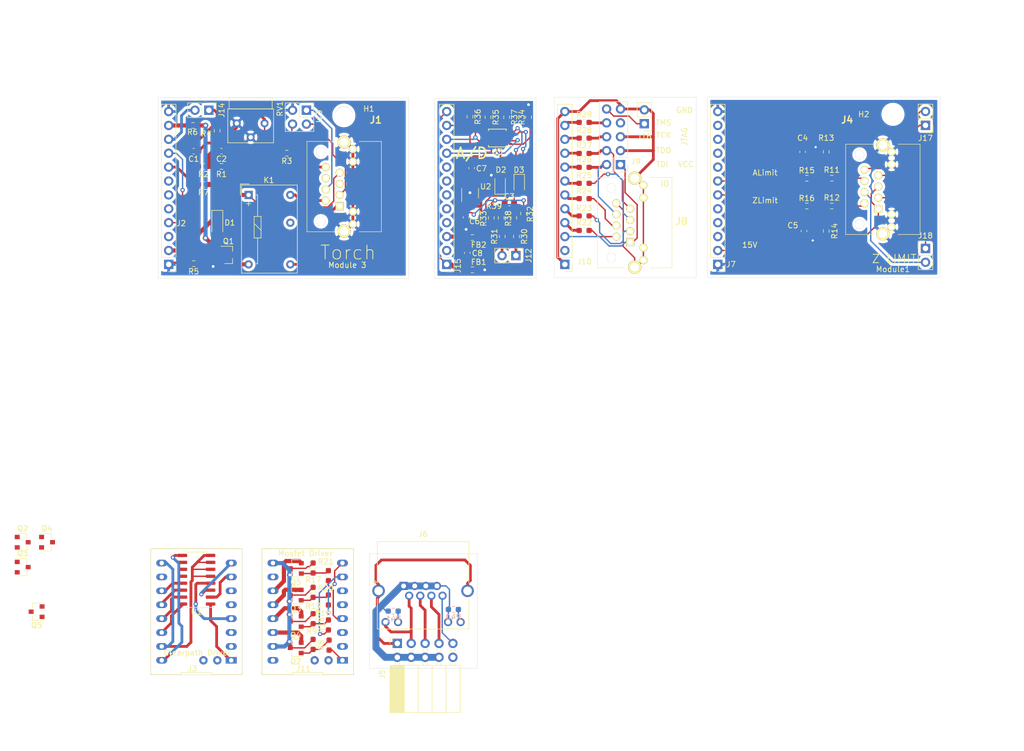
<source format=kicad_pcb>
(kicad_pcb (version 20171130) (host pcbnew "(5.1.10)-1")
  (layers (0 F.Cu signal) (31 B.Cu signal) (34 B.Paste user) (35 F.Paste user) (36 B.SilkS user) (37 F.SilkS user) (38 B.Mask user) (39 F.Mask user) (44 Edge.Cuts user))
  (net 0 "")
  (net 1 "Net-(C1-Pad2)")
  (net 2 "Net-(C2-Pad2)")
  (net 3 "Net-(D1-Pad1)")
  (net 4 "Net-(D1-Pad2)")
  (net 5 "Net-(J1-Pad8)")
  (net 6 "Net-(J1-Pad4)")
  (net 7 "Net-(J1-Pad2)")
  (net 8 "Net-(J1-Pad1)")
  (net 9 "Net-(J2-Pad4)")
  (net 10 "Net-(J2-Pad11)")
  (net 11 "Net-(J3-Pad1)")
  (net 12 "Net-(J3-Pad4)")
  (net 13 "Net-(J3-Pad7)")
  (net 14 "Net-(J3-Pad8)")
  (net 15 "Net-(Q1-Pad1)")
  (net 16 "Net-(J3-Pad11)")
  (net 17 "Net-(J3-Pad12)")
  (net 18 "Net-(J3-Pad13)")
  (net 19 "Net-(J3-Pad14)")
  (net 20 "Net-(J3-Pad15)")
  (net 21 "Net-(J3-Pad16)")
  (net 22 "Net-(J5-Pad1)")
  (net 23 "Net-(J5-Pad2)")
  (net 24 "Net-(J5-Pad3)")
  (net 25 "Net-(J5-Pad5)")
  (net 26 "Net-(J5-Pad7)")
  (net 27 "Net-(J5-Pad9)")
  (net 28 "Net-(C4-Pad2)")
  (net 29 "Net-(C5-Pad2)")
  (net 30 "Net-(J4-Pad6)")
  (net 31 "Net-(J4-Pad1)")
  (net 32 "Net-(J4-Pad2)")
  (net 33 "Net-(R11-Pad2)")
  (net 34 "Net-(R12-Pad2)")
  (net 35 "Net-(C4-Pad1)")
  (net 36 "Net-(C1-Pad1)")
  (net 37 "Net-(J10-Pad3)")
  (net 38 "Net-(J10-Pad8)")
  (net 39 "Net-(J10-Pad1)")
  (net 40 "Net-(J10-Pad9)")
  (net 41 "Net-(J10-Pad10)")
  (net 42 "Net-(J10-Pad11)")
  (net 43 "Net-(J10-Pad4)")
  (net 44 "Net-(J10-Pad5)")
  (net 45 "Net-(J10-Pad6)")
  (net 46 "Net-(J10-Pad7)")
  (net 47 "Net-(J2-Pad8)")
  (net 48 "Net-(R3-Pad2)")
  (net 49 "Net-(J11-Pad1)")
  (net 50 "Net-(J11-Pad15)")
  (net 51 "Net-(J11-Pad14)")
  (net 52 "Net-(J11-Pad13)")
  (net 53 "Net-(J11-Pad4)")
  (net 54 "Net-(J11-Pad12)")
  (net 55 "Net-(J11-Pad11)")
  (net 56 "Net-(J11-Pad7)")
  (net 57 "Net-(J11-Pad8)")
  (net 58 "Net-(Q2-Pad1)")
  (net 59 "Net-(Q3-Pad1)")
  (net 60 "Net-(Q4-Pad1)")
  (net 61 "Net-(Q5-Pad1)")
  (net 62 "Net-(J8-Pad2)")
  (net 63 "Net-(J8-Pad3)")
  (net 64 "Net-(J8-Pad4)")
  (net 65 "Net-(J8-Pad5)")
  (net 66 "Net-(J8-Pad6)")
  (net 67 "Net-(J8-Pad7)")
  (net 68 "Net-(J9-Pad6)")
  (net 69 "Net-(J9-Pad8)")
  (net 70 "Net-(C3-Pad1)")
  (net 71 "Net-(C3-Pad2)")
  (net 72 "Net-(C6-Pad2)")
  (net 73 "Net-(C6-Pad1)")
  (net 74 "Net-(C7-Pad1)")
  (net 75 "Net-(C8-Pad1)")
  (net 76 "Net-(C8-Pad2)")
  (net 77 "Net-(J1-Pad3)")
  (net 78 "Net-(J14-Pad2)")
  (net 79 "Net-(J12-Pad2)")
  (net 80 "Net-(J12-Pad1)")
  (net 81 "Net-(J15-Pad9)")
  (net 82 "Net-(J15-Pad10)")
  (net 83 "Net-(J15-Pad11)")
  (net 84 "Net-(R34-Pad1)")
  (net 85 "Net-(J13-Pad4)")
  (net 86 "Net-(D2-Pad1)")
  (net 87 "Net-(D3-Pad2)")
  (net 88 "Net-(J6-Pad10)")
  (net 89 "Net-(J6-Pad12)")
  (net 90 "Net-(J16-Pad1)")
  (net 91 "Net-(J18-Pad1)")
  (net 92 "Net-(J18-Pad2)")
  (net 93 "Net-(J17-Pad1)")
  (net 94 "Net-(J17-Pad2)")
  (net 95 "Net-(J1-Pad6)")
  (net 96 "Net-(J1-Pad5)")
  (net 97 "Net-(J2-Pad3)")
  (net 98 "Net-(J2-Pad5)")
  (net 99 "Net-(J2-Pad6)")
  (net 100 "Net-(J2-Pad7)")
  (net 101 "Net-(J3-Pad18)")
  (net 102 "Net-(J3-Pad17)")
  (net 103 "Net-(J3-Pad10)")
  (net 104 "Net-(J3-Pad6)")
  (net 105 "Net-(J3-Pad5)")
  (net 106 "Net-(J3-Pad3)")
  (net 107 "Net-(J3-Pad2)")
  (net 108 "Net-(J5-Pad10)")
  (net 109 "Net-(J7-Pad3)")
  (net 110 "Net-(J7-Pad4)")
  (net 111 "Net-(J7-Pad5)")
  (net 112 "Net-(J7-Pad8)")
  (net 113 "Net-(J7-Pad9)")
  (net 114 "Net-(J7-Pad10)")
  (net 115 "Net-(J7-Pad11)")
  (net 116 "Net-(J9-Pad7)")
  (net 117 "Net-(J10-Pad2)")
  (net 118 "Net-(J11-Pad18)")
  (net 119 "Net-(J11-Pad17)")
  (net 120 "Net-(J11-Pad10)")
  (net 121 "Net-(J11-Pad6)")
  (net 122 "Net-(J11-Pad5)")
  (net 123 "Net-(J11-Pad3)")
  (net 124 "Net-(J11-Pad2)")
  (net 125 "Net-(J11-Pad16)")
  (net 126 "Net-(J15-Pad2)")
  (net 127 "Net-(J15-Pad4)")
  (net 128 "Net-(J15-Pad5)")
  (net 129 "Net-(J15-Pad6)")
  (net 130 "Net-(J15-Pad7)")
  (net 131 "Net-(J15-Pad8)")
  (net 132 "Net-(K1-Pad10)")
  (net 133 "Net-(U1-Pad10)")
  (net 134 "Net-(U1-Pad11)")
  (net 135 "Net-(U1-Pad12)")
  (net 136 "Net-(U2-Pad4)")
  (net 137 "Net-(U3-Pad6)")
  (net 138 "Net-(U3-Pad7)")
  (module Package_TO_SOT_SMD:SOT-23 (layer F.Cu) (at 50.8 154.94 180)
    (fp_text reference Q5 (at 0 -2.5) (layer F.SilkS))
    (fp_text value IRLML2402)
    (pad 3 smd rect (at 1 0 180) (size 0.9 0.8) (layers F.Cu F.Paste F.Mask) (net 55 "Net-(J11-Pad11)"))
    (pad 2 smd rect (at -1 0.95 180) (size 0.9 0.8) (layers F.Cu F.Paste F.Mask) (net 50 "Net-(J11-Pad15)"))
    (pad 1 smd rect (at -1 -0.95 180) (size 0.9 0.8) (layers F.Cu F.Paste F.Mask) (net 61 "Net-(Q5-Pad1)"))
  )
  (module Package_TO_SOT_SMD:SOT-23 (layer F.Cu) (at 52.71 142.24)
    (fp_text reference Q4 (at 0 -2.5) (layer F.SilkS))
    (fp_text value IRLML2402)
    (pad 3 smd rect (at 1 0) (size 0.9 0.8) (layers F.Cu F.Paste F.Mask) (net 52 "Net-(J11-Pad13)"))
    (pad 2 smd rect (at -1 0.95) (size 0.9 0.8) (layers F.Cu F.Paste F.Mask) (net 50 "Net-(J11-Pad15)"))
    (pad 1 smd rect (at -1 -0.95) (size 0.9 0.8) (layers F.Cu F.Paste F.Mask) (net 60 "Net-(Q4-Pad1)"))
  )
  (module Package_TO_SOT_SMD:SOT-23 (layer F.Cu) (at 48.26 146.79)
    (fp_text reference Q3 (at 0 -2.5) (layer F.SilkS))
    (fp_text value IRLML2402)
    (pad 3 smd rect (at 1 0) (size 0.9 0.8) (layers F.Cu F.Paste F.Mask) (net 54 "Net-(J11-Pad12)"))
    (pad 2 smd rect (at -1 0.95) (size 0.9 0.8) (layers F.Cu F.Paste F.Mask) (net 50 "Net-(J11-Pad15)"))
    (pad 1 smd rect (at -1 -0.95) (size 0.9 0.8) (layers F.Cu F.Paste F.Mask) (net 59 "Net-(Q3-Pad1)"))
  )
  (module Package_TO_SOT_SMD:SOT-23 (layer F.Cu) (at 48.26 142.24)
    (fp_text reference Q2 (at 0 -2.5) (layer F.SilkS))
    (fp_text value IRLML2402)
    (pad 3 smd rect (at 1 0) (size 0.9 0.8) (layers F.Cu F.Paste F.Mask) (net 51 "Net-(J11-Pad14)"))
    (pad 2 smd rect (at -1 0.95) (size 0.9 0.8) (layers F.Cu F.Paste F.Mask) (net 50 "Net-(J11-Pad15)"))
    (pad 1 smd rect (at -1 -0.95) (size 0.9 0.8) (layers F.Cu F.Paste F.Mask) (net 58 "Net-(Q2-Pad1)"))
  )
  (module RJHSE-3380:RJHSE3384 (layer F.Cu) (at 100.202 77.222 270)
    (fp_text reference J1 (at -12.198 -12.574 180) (layer F.SilkS) (effects (font (size 1.27 1.27) (thickness 0.254))))
    (fp_text value Torch hide)
    (pad MH4 thru_hole circle (at 6.35 -2.54) (size 1.65 1.65) (drill 3.3) (layers *.Cu *.Mask F.SilkS))
    (pad MH3 thru_hole circle (at -6.35 -2.54) (size 1.65 1.65) (drill 3.3) (layers *.Cu *.Mask F.SilkS))
    (pad MH2 thru_hole circle (at 8.13 -6.78) (size 2.43 2.43) (drill 1.62) (layers *.Cu *.Mask F.SilkS) (net 36 "Net-(C1-Pad1)"))
    (pad MH1 thru_hole circle (at -8.13 -6.78) (size 2.43 2.43) (drill 1.62) (layers *.Cu *.Mask F.SilkS) (net 36 "Net-(C1-Pad1)"))
    (pad 12 thru_hole circle (at -6.86 -8.38) (size 1.462 1.462) (drill 0.94) (layers *.Cu *.Mask F.SilkS) (net 36 "Net-(C1-Pad1)"))
    (pad 11 thru_hole circle (at -4.57 -8.38) (size 1.462 1.462) (drill 0.94) (layers *.Cu *.Mask F.SilkS) (net 36 "Net-(C1-Pad1)"))
    (pad 10 thru_hole circle (at 4.57 -8.38) (size 1.462 1.462) (drill 0.94) (layers *.Cu *.Mask F.SilkS) (net 36 "Net-(C1-Pad1)"))
    (pad 9 thru_hole circle (at 6.86 -8.38) (size 1.462 1.462) (drill 0.94) (layers *.Cu *.Mask F.SilkS) (net 36 "Net-(C1-Pad1)"))
    (pad 8 thru_hole circle (at -3.57 -3.43) (size 1.462 1.462) (drill 0.94) (layers *.Cu *.Mask F.SilkS) (net 5 "Net-(J1-Pad8)"))
    (pad 7 thru_hole circle (at -2.55 -5.97) (size 1.462 1.462) (drill 0.94) (layers *.Cu *.Mask F.SilkS) (net 3 "Net-(D1-Pad1)"))
    (pad 6 thru_hole circle (at -1.53 -3.43) (size 1.462 1.462) (drill 0.94) (layers *.Cu *.Mask F.SilkS) (net 95 "Net-(J1-Pad6)"))
    (pad 5 thru_hole circle (at -0.51 -5.97) (size 1.462 1.462) (drill 0.94) (layers *.Cu *.Mask F.SilkS) (net 96 "Net-(J1-Pad5)"))
    (pad 4 thru_hole circle (at 0.51 -3.43) (size 1.462 1.462) (drill 0.94) (layers *.Cu *.Mask F.SilkS) (net 6 "Net-(J1-Pad4)"))
    (pad 3 thru_hole circle (at 1.53 -5.97) (size 1.462 1.462) (drill 0.94) (layers *.Cu *.Mask F.SilkS) (net 77 "Net-(J1-Pad3)"))
    (pad 2 thru_hole circle (at 2.55 -3.43) (size 1.462 1.462) (drill 0.94) (layers *.Cu *.Mask F.SilkS) (net 7 "Net-(J1-Pad2)"))
    (pad 1 thru_hole rect (at 3.57 -5.97) (size 1.462 1.462) (drill 0.94) (layers *.Cu *.Mask F.SilkS) (net 8 "Net-(J1-Pad1)"))
  )
  (module RJHSE-3380:RJHSE3384 (layer F.Cu) (at 198.628 77.724 270)
    (fp_text reference J4 (at -12.7 -0.254 180) (layer F.SilkS) (effects (font (size 1.27 1.27) (thickness 0.254))))
    (fp_text value Limit hide)
    (pad 1 thru_hole rect (at 3.57 -5.97) (size 1.462 1.462) (drill 0.94) (layers *.Cu *.Mask F.SilkS) (net 31 "Net-(J4-Pad1)"))
    (pad 2 thru_hole circle (at 2.55 -3.43) (size 1.462 1.462) (drill 0.94) (layers *.Cu *.Mask F.SilkS) (net 32 "Net-(J4-Pad2)"))
    (pad 3 thru_hole circle (at 1.53 -5.97) (size 1.462 1.462) (drill 0.94) (layers *.Cu *.Mask F.SilkS) (net 91 "Net-(J18-Pad1)"))
    (pad 4 thru_hole circle (at 0.51 -3.43) (size 1.462 1.462) (drill 0.94) (layers *.Cu *.Mask F.SilkS) (net 92 "Net-(J18-Pad2)"))
    (pad 5 thru_hole circle (at -0.51 -5.97) (size 1.462 1.462) (drill 0.94) (layers *.Cu *.Mask F.SilkS) (net 31 "Net-(J4-Pad1)"))
    (pad 6 thru_hole circle (at -1.53 -3.43) (size 1.462 1.462) (drill 0.94) (layers *.Cu *.Mask F.SilkS) (net 30 "Net-(J4-Pad6)"))
    (pad 7 thru_hole circle (at -2.55 -5.97) (size 1.462 1.462) (drill 0.94) (layers *.Cu *.Mask F.SilkS) (net 93 "Net-(J17-Pad1)"))
    (pad 8 thru_hole circle (at -3.57 -3.43) (size 1.462 1.462) (drill 0.94) (layers *.Cu *.Mask F.SilkS) (net 94 "Net-(J17-Pad2)"))
    (pad 9 thru_hole circle (at 6.86 -8.38) (size 1.462 1.462) (drill 0.94) (layers *.Cu *.Mask F.SilkS) (net 35 "Net-(C4-Pad1)"))
    (pad 10 thru_hole circle (at 4.57 -8.38) (size 1.462 1.462) (drill 0.94) (layers *.Cu *.Mask F.SilkS) (net 35 "Net-(C4-Pad1)"))
    (pad 11 thru_hole circle (at -4.57 -8.38) (size 1.462 1.462) (drill 0.94) (layers *.Cu *.Mask F.SilkS) (net 35 "Net-(C4-Pad1)"))
    (pad 12 thru_hole circle (at -6.86 -8.38) (size 1.462 1.462) (drill 0.94) (layers *.Cu *.Mask F.SilkS) (net 35 "Net-(C4-Pad1)"))
    (pad MH1 thru_hole circle (at -8.13 -6.78) (size 2.43 2.43) (drill 1.62) (layers *.Cu *.Mask F.SilkS) (net 35 "Net-(C4-Pad1)"))
    (pad MH2 thru_hole circle (at 8.13 -6.78) (size 2.43 2.43) (drill 1.62) (layers *.Cu *.Mask F.SilkS) (net 35 "Net-(C4-Pad1)"))
    (pad MH3 thru_hole circle (at -6.35 -2.54) (size 1.65 1.65) (drill 3.3) (layers *.Cu *.Mask F.SilkS))
    (pad MH4 thru_hole circle (at 6.35 -2.54) (size 1.65 1.65) (drill 3.3) (layers *.Cu *.Mask F.SilkS))
  )
  (module RJHSE-3380:RJHSE3384 (layer F.Cu) (at 153.288 83.818 270)
    (fp_text reference J8 (at -0.252 -15.368 180) (layer F.SilkS) (effects (font (size 1.27 1.27) (thickness 0.254))))
    (fp_text value Torch hide)
    (pad MH4 thru_hole circle (at 6.35 -2.54) (size 1.65 1.65) (drill 3.3) (layers *.Cu *.Mask F.SilkS))
    (pad MH3 thru_hole circle (at -6.35 -2.54) (size 1.65 1.65) (drill 3.3) (layers *.Cu *.Mask F.SilkS))
    (pad MH2 thru_hole circle (at 8.13 -6.78) (size 2.43 2.43) (drill 1.62) (layers *.Cu *.Mask F.SilkS) (net 39 "Net-(J10-Pad1)"))
    (pad MH1 thru_hole circle (at -8.13 -6.78) (size 2.43 2.43) (drill 1.62) (layers *.Cu *.Mask F.SilkS) (net 39 "Net-(J10-Pad1)"))
    (pad 12 thru_hole circle (at -6.86 -8.38) (size 1.462 1.462) (drill 0.94) (layers *.Cu *.Mask F.SilkS) (net 39 "Net-(J10-Pad1)"))
    (pad 11 thru_hole circle (at -4.57 -8.38) (size 1.462 1.462) (drill 0.94) (layers *.Cu *.Mask F.SilkS) (net 39 "Net-(J10-Pad1)"))
    (pad 10 thru_hole circle (at 4.57 -8.38) (size 1.462 1.462) (drill 0.94) (layers *.Cu *.Mask F.SilkS) (net 39 "Net-(J10-Pad1)"))
    (pad 9 thru_hole circle (at 6.86 -8.38) (size 1.462 1.462) (drill 0.94) (layers *.Cu *.Mask F.SilkS) (net 39 "Net-(J10-Pad1)"))
    (pad 8 thru_hole circle (at -3.57 -3.43) (size 1.462 1.462) (drill 0.94) (layers *.Cu *.Mask F.SilkS) (net 39 "Net-(J10-Pad1)"))
    (pad 7 thru_hole circle (at -2.55 -5.97) (size 1.462 1.462) (drill 0.94) (layers *.Cu *.Mask F.SilkS) (net 67 "Net-(J8-Pad7)"))
    (pad 6 thru_hole circle (at -1.53 -3.43) (size 1.462 1.462) (drill 0.94) (layers *.Cu *.Mask F.SilkS) (net 66 "Net-(J8-Pad6)"))
    (pad 5 thru_hole circle (at -0.51 -5.97) (size 1.462 1.462) (drill 0.94) (layers *.Cu *.Mask F.SilkS) (net 65 "Net-(J8-Pad5)"))
    (pad 4 thru_hole circle (at 0.51 -3.43) (size 1.462 1.462) (drill 0.94) (layers *.Cu *.Mask F.SilkS) (net 64 "Net-(J8-Pad4)"))
    (pad 3 thru_hole circle (at 1.53 -5.97) (size 1.462 1.462) (drill 0.94) (layers *.Cu *.Mask F.SilkS) (net 63 "Net-(J8-Pad3)"))
    (pad 2 thru_hole circle (at 2.55 -3.43) (size 1.462 1.462) (drill 0.94) (layers *.Cu *.Mask F.SilkS) (net 62 "Net-(J8-Pad2)"))
    (pad 1 thru_hole rect (at 3.57 -5.97) (size 1.462 1.462) (drill 0.94) (layers *.Cu *.Mask F.SilkS) (net 37 "Net-(J10-Pad3)"))
  )
  (module MountingHole:MountingHole_3.2mm_M3 (layer F.Cu) (at 207.264 64.008)
    (fp_text reference H2 (at -5.334 0) (layer F.SilkS))
    (fp_text value MountingHole)
    (pad 1 np_thru_hole circle (at 0 0) (size 3.2 3.2) (drill 3.2) (layers *.Cu *.Mask))
  )
  (module MountingHole:MountingHole_3.2mm_M3 (layer F.Cu) (at 106.934 64.262)
    (fp_text reference H1 (at 4.572 -1.27) (layer F.SilkS))
    (fp_text value MountingHole)
    (pad 1 np_thru_hole circle (at 0 0) (size 3.2 3.2) (drill 3.2) (layers *.Cu *.Mask))
  )
  (module "Libraries - Plasma-Board:ClearpathDriver" (layer F.Cu) (at 100.33 154.94)
    (fp_text reference J11 (at -0.762 10.414 180) (layer F.SilkS))
    (fp_text value Conn_01x18_Male)
    (pad 18 thru_hole circle (at 3.81 8.89) (size 1.524 1.524) (drill 0.762) (layers *.Cu *.Mask) (net 118 "Net-(J11-Pad18)"))
    (pad 17 thru_hole circle (at 1.27 8.89) (size 1.524 1.524) (drill 0.762) (layers *.Cu *.Mask) (net 119 "Net-(J11-Pad17)"))
    (pad 8 thru_hole oval (at 6.35 -8.89 90) (size 1.2 2) (drill 0.8) (layers *.Cu *.Mask) (net 57 "Net-(J11-Pad8)"))
    (pad 9 thru_hole oval (at -6.35 -8.89 90) (size 1.2 2) (drill 0.8) (layers *.Cu *.Mask) (net 50 "Net-(J11-Pad15)"))
    (pad 7 thru_hole oval (at 6.35 -6.35 90) (size 1.2 2) (drill 0.8) (layers *.Cu *.Mask) (net 56 "Net-(J11-Pad7)"))
    (pad 10 thru_hole oval (at -6.35 -6.35 90) (size 1.2 2) (drill 0.8) (layers *.Cu *.Mask) (net 120 "Net-(J11-Pad10)"))
    (pad 6 thru_hole oval (at 6.35 -3.81 90) (size 1.2 2) (drill 0.8) (layers *.Cu *.Mask) (net 121 "Net-(J11-Pad6)"))
    (pad 11 thru_hole oval (at -6.35 -3.81 90) (size 1.2 2) (drill 0.8) (layers *.Cu *.Mask) (net 55 "Net-(J11-Pad11)"))
    (pad 5 thru_hole oval (at 6.35 -1.27 90) (size 1.2 2) (drill 0.8) (layers *.Cu *.Mask) (net 122 "Net-(J11-Pad5)"))
    (pad 12 thru_hole oval (at -6.35 -1.27 90) (size 1.2 2) (drill 0.8) (layers *.Cu *.Mask) (net 54 "Net-(J11-Pad12)"))
    (pad 4 thru_hole oval (at 6.35 1.27 90) (size 1.2 2) (drill 0.8) (layers *.Cu *.Mask) (net 53 "Net-(J11-Pad4)"))
    (pad 13 thru_hole oval (at -6.35 1.27 90) (size 1.2 2) (drill 0.8) (layers *.Cu *.Mask) (net 52 "Net-(J11-Pad13)"))
    (pad 3 thru_hole oval (at 6.35 3.81 90) (size 1.2 2) (drill 0.8) (layers *.Cu *.Mask) (net 123 "Net-(J11-Pad3)"))
    (pad 14 thru_hole oval (at -6.35 3.81 90) (size 1.2 2) (drill 0.8) (layers *.Cu *.Mask) (net 51 "Net-(J11-Pad14)"))
    (pad 2 thru_hole oval (at 6.35 6.35 90) (size 1.2 2) (drill 0.8) (layers *.Cu *.Mask) (net 124 "Net-(J11-Pad2)"))
    (pad 15 thru_hole oval (at -6.35 6.35 90) (size 1.2 2) (drill 0.8) (layers *.Cu *.Mask) (net 50 "Net-(J11-Pad15)"))
    (pad 1 thru_hole rect (at 6.35 8.89 90) (size 1.2 2) (drill 0.8) (layers *.Cu *.Mask) (net 49 "Net-(J11-Pad1)"))
    (pad 16 thru_hole oval (at -6.35 8.89 90) (size 1.2 2) (drill 0.8) (layers *.Cu *.Mask) (net 125 "Net-(J11-Pad16)"))
  )
  (module "Libraries - Plasma-Board:ClearpathDriver" (layer F.Cu) (at 80.01 154.94)
    (fp_text reference J3 (at -0.762 10.414 180) (layer F.SilkS))
    (fp_text value Conn_01x18_Male)
    (pad 18 thru_hole circle (at 3.81 8.89) (size 1.524 1.524) (drill 0.762) (layers *.Cu *.Mask) (net 101 "Net-(J3-Pad18)"))
    (pad 17 thru_hole circle (at 1.27 8.89) (size 1.524 1.524) (drill 0.762) (layers *.Cu *.Mask) (net 102 "Net-(J3-Pad17)"))
    (pad 8 thru_hole oval (at 6.35 -8.89 90) (size 1.2 2) (drill 0.8) (layers *.Cu *.Mask) (net 14 "Net-(J3-Pad8)"))
    (pad 9 thru_hole oval (at -6.35 -8.89 90) (size 1.2 2) (drill 0.8) (layers *.Cu *.Mask) (net 20 "Net-(J3-Pad15)"))
    (pad 7 thru_hole oval (at 6.35 -6.35 90) (size 1.2 2) (drill 0.8) (layers *.Cu *.Mask) (net 13 "Net-(J3-Pad7)"))
    (pad 10 thru_hole oval (at -6.35 -6.35 90) (size 1.2 2) (drill 0.8) (layers *.Cu *.Mask) (net 103 "Net-(J3-Pad10)"))
    (pad 6 thru_hole oval (at 6.35 -3.81 90) (size 1.2 2) (drill 0.8) (layers *.Cu *.Mask) (net 104 "Net-(J3-Pad6)"))
    (pad 11 thru_hole oval (at -6.35 -3.81 90) (size 1.2 2) (drill 0.8) (layers *.Cu *.Mask) (net 16 "Net-(J3-Pad11)"))
    (pad 5 thru_hole oval (at 6.35 -1.27 90) (size 1.2 2) (drill 0.8) (layers *.Cu *.Mask) (net 105 "Net-(J3-Pad5)"))
    (pad 12 thru_hole oval (at -6.35 -1.27 90) (size 1.2 2) (drill 0.8) (layers *.Cu *.Mask) (net 17 "Net-(J3-Pad12)"))
    (pad 4 thru_hole oval (at 6.35 1.27 90) (size 1.2 2) (drill 0.8) (layers *.Cu *.Mask) (net 12 "Net-(J3-Pad4)"))
    (pad 13 thru_hole oval (at -6.35 1.27 90) (size 1.2 2) (drill 0.8) (layers *.Cu *.Mask) (net 18 "Net-(J3-Pad13)"))
    (pad 3 thru_hole oval (at 6.35 3.81 90) (size 1.2 2) (drill 0.8) (layers *.Cu *.Mask) (net 106 "Net-(J3-Pad3)"))
    (pad 14 thru_hole oval (at -6.35 3.81 90) (size 1.2 2) (drill 0.8) (layers *.Cu *.Mask) (net 19 "Net-(J3-Pad14)"))
    (pad 2 thru_hole oval (at 6.35 6.35 90) (size 1.2 2) (drill 0.8) (layers *.Cu *.Mask) (net 107 "Net-(J3-Pad2)"))
    (pad 15 thru_hole oval (at -6.35 6.35 90) (size 1.2 2) (drill 0.8) (layers *.Cu *.Mask) (net 20 "Net-(J3-Pad15)"))
    (pad 1 thru_hole rect (at 6.35 8.89 90) (size 1.2 2) (drill 0.8) (layers *.Cu *.Mask) (net 11 "Net-(J3-Pad1)"))
    (pad 16 thru_hole oval (at -6.35 8.89 90) (size 1.2 2) (drill 0.8) (layers *.Cu *.Mask) (net 21 "Net-(J3-Pad16)"))
  )
  (module Resistor_SMD:R_0603_1608Metric_Pad0.98x0.95mm_HandSolder (layer F.Cu) (at 84.57946 73.53554 180)
    (fp_text reference R1 (at 0 -1.43) (layer F.SilkS))
    (fp_text value 3.3K)
    (pad 1 smd roundrect (at -0.9125 0 180) (size 0.975 0.95) (layers F.Cu F.Paste F.Mask) (net 5 "Net-(J1-Pad8)"))
    (pad 2 smd roundrect (at 0.9125 0 180) (size 0.975 0.95) (layers F.Cu F.Paste F.Mask) (net 2 "Net-(C2-Pad2)"))
  )
  (module Capacitor_SMD:C_0603_1608Metric_Pad1.08x0.95mm_HandSolder (layer F.Cu) (at 79.49946 70.74154 180)
    (fp_text reference C1 (at 0 -1.43) (layer F.SilkS))
    (fp_text value 100nf)
    (pad 1 smd roundrect (at -0.8625 0 180) (size 1.075 0.95) (layers F.Cu F.Paste F.Mask) (net 36 "Net-(C1-Pad1)"))
    (pad 2 smd roundrect (at 0.8625 0 180) (size 1.075 0.95) (layers F.Cu F.Paste F.Mask) (net 1 "Net-(C1-Pad2)"))
  )
  (module Capacitor_SMD:C_0603_1608Metric_Pad1.08x0.95mm_HandSolder (layer F.Cu) (at 84.57946 70.74154 180)
    (fp_text reference C2 (at 0 -1.43) (layer F.SilkS))
    (fp_text value 1uf)
    (pad 2 smd roundrect (at 0.8625 0 180) (size 1.075 0.95) (layers F.Cu F.Paste F.Mask) (net 2 "Net-(C2-Pad2)"))
    (pad 1 smd roundrect (at -0.8625 0 180) (size 1.075 0.95) (layers F.Cu F.Paste F.Mask) (net 36 "Net-(C1-Pad1)"))
  )
  (module Diode_SMD:D_SOD-123 (layer F.Cu) (at 83.81746 83.82254 270)
    (fp_text reference D1 (at -0.00254 -2.28854 180) (layer F.SilkS))
    (fp_text value D)
    (pad 1 smd rect (at -1.65 0 270) (size 0.9 1.2) (layers F.Cu F.Paste F.Mask) (net 3 "Net-(D1-Pad1)"))
    (pad 2 smd rect (at 1.65 0 270) (size 0.9 1.2) (layers F.Cu F.Paste F.Mask) (net 4 "Net-(D1-Pad2)"))
  )
  (module Connector_PinHeader_2.54mm:PinHeader_1x12_P2.54mm_Vertical (layer F.Cu) (at 74.93 91.44 180)
    (fp_text reference J2 (at -2.286 7.493) (layer F.SilkS))
    (fp_text value Module3)
    (pad 1 thru_hole rect (at 0 0 180) (size 1.7 1.7) (drill 1) (layers *.Cu *.Mask) (net 36 "Net-(C1-Pad1)"))
    (pad 2 thru_hole oval (at 0 2.54 180) (size 1.7 1.7) (drill 1) (layers *.Cu *.Mask) (net 3 "Net-(D1-Pad1)"))
    (pad 3 thru_hole oval (at 0 5.08 180) (size 1.7 1.7) (drill 1) (layers *.Cu *.Mask) (net 97 "Net-(J2-Pad3)"))
    (pad 4 thru_hole oval (at 0 7.62 180) (size 1.7 1.7) (drill 1) (layers *.Cu *.Mask) (net 9 "Net-(J2-Pad4)"))
    (pad 5 thru_hole oval (at 0 10.16 180) (size 1.7 1.7) (drill 1) (layers *.Cu *.Mask) (net 98 "Net-(J2-Pad5)"))
    (pad 6 thru_hole oval (at 0 12.7 180) (size 1.7 1.7) (drill 1) (layers *.Cu *.Mask) (net 99 "Net-(J2-Pad6)"))
    (pad 7 thru_hole oval (at 0 15.24 180) (size 1.7 1.7) (drill 1) (layers *.Cu *.Mask) (net 100 "Net-(J2-Pad7)"))
    (pad 8 thru_hole oval (at 0 17.78 180) (size 1.7 1.7) (drill 1) (layers *.Cu *.Mask) (net 47 "Net-(J2-Pad8)"))
    (pad 9 thru_hole oval (at 0 20.32 180) (size 1.7 1.7) (drill 1) (layers *.Cu *.Mask) (net 9 "Net-(J2-Pad4)"))
    (pad 10 thru_hole oval (at 0 22.86 180) (size 1.7 1.7) (drill 1) (layers *.Cu *.Mask) (net 78 "Net-(J14-Pad2)"))
    (pad 11 thru_hole oval (at 0 25.4 180) (size 1.7 1.7) (drill 1) (layers *.Cu *.Mask) (net 10 "Net-(J2-Pad11)"))
    (pad 12 thru_hole oval (at 0 27.94 180) (size 1.7 1.7) (drill 1) (layers *.Cu *.Mask) (net 36 "Net-(C1-Pad1)"))
  )
  (module Relay_THT:Relay_SPDT_Omron_G6E (layer F.Cu) (at 89.53246 78.74254)
    (fp_text reference K1 (at 3.7 -2.7 180) (layer F.SilkS))
    (fp_text value G6E)
    (pad 1 thru_hole rect (at 0 0 270) (size 1.50114 1.50114) (drill 0.8001) (layers *.Cu *.Mask) (net 3 "Net-(D1-Pad1)"))
    (pad 12 thru_hole circle (at 7.62 0 270) (size 1.50114 1.50114) (drill 0.8001) (layers *.Cu *.Mask) (net 7 "Net-(J1-Pad2)"))
    (pad 10 thru_hole circle (at 7.62 5.08 270) (size 1.50114 1.50114) (drill 0.8001) (layers *.Cu *.Mask) (net 132 "Net-(K1-Pad10)"))
    (pad 6 thru_hole circle (at 0 12.7 270) (size 1.50114 1.50114) (drill 0.8001) (layers *.Cu *.Mask) (net 4 "Net-(D1-Pad2)"))
    (pad 7 thru_hole circle (at 7.62 12.7 270) (size 1.50114 1.50114) (drill 0.8001) (layers *.Cu *.Mask) (net 8 "Net-(J1-Pad1)"))
  )
  (module Package_TO_SOT_SMD:SOT-23 (layer F.Cu) (at 85.84946 89.71534)
    (fp_text reference Q1 (at 0 -2.5) (layer F.SilkS))
    (fp_text value IRLML2402)
    (pad 1 smd rect (at -1 -0.95) (size 0.9 0.8) (layers F.Cu F.Paste F.Mask) (net 15 "Net-(Q1-Pad1)"))
    (pad 2 smd rect (at -1 0.95) (size 0.9 0.8) (layers F.Cu F.Paste F.Mask) (net 36 "Net-(C1-Pad1)"))
    (pad 3 smd rect (at 1 0) (size 0.9 0.8) (layers F.Cu F.Paste F.Mask) (net 4 "Net-(D1-Pad2)"))
  )
  (module Resistor_SMD:R_0603_1608Metric_Pad0.98x0.95mm_HandSolder (layer F.Cu) (at 96.52 71.12 180)
    (fp_text reference R3 (at 0 -1.43) (layer F.SilkS))
    (fp_text value 3.3K)
    (pad 1 smd roundrect (at -0.9125 0 180) (size 0.975 0.95) (layers F.Cu F.Paste F.Mask) (net 85 "Net-(J13-Pad4)"))
    (pad 2 smd roundrect (at 0.9125 0 180) (size 0.975 0.95) (layers F.Cu F.Paste F.Mask) (net 48 "Net-(R3-Pad2)"))
  )
  (module Resistor_SMD:R_0603_1608Metric_Pad0.98x0.95mm_HandSolder (layer F.Cu) (at 83.77746 67.00754 270)
    (fp_text reference R4 (at 0.55646 1.98946 180) (layer F.SilkS))
    (fp_text value 10K)
    (pad 1 smd roundrect (at -0.9125 0 270) (size 0.975 0.95) (layers F.Cu F.Paste F.Mask) (net 1 "Net-(C1-Pad2)"))
    (pad 2 smd roundrect (at 0.9125 0 270) (size 0.975 0.95) (layers F.Cu F.Paste F.Mask) (net 48 "Net-(R3-Pad2)"))
  )
  (module Resistor_SMD:R_0603_1608Metric_Pad0.98x0.95mm_HandSolder (layer F.Cu) (at 79.49946 91.31554 180)
    (fp_text reference R5 (at 0 -1.43) (layer F.SilkS))
    (fp_text value 10K)
    (pad 2 smd roundrect (at 0.9125 0 180) (size 0.975 0.95) (layers F.Cu F.Paste F.Mask) (net 36 "Net-(C1-Pad1)"))
    (pad 1 smd roundrect (at -0.9125 0 180) (size 0.975 0.95) (layers F.Cu F.Paste F.Mask) (net 15 "Net-(Q1-Pad1)"))
  )
  (module Resistor_SMD:R_0603_1608Metric_Pad0.98x0.95mm_HandSolder (layer F.Cu) (at 79.37246 66.04254)
    (fp_text reference R6 (at -0.095 1.215) (layer F.SilkS))
    (fp_text value 200)
    (pad 1 smd roundrect (at -0.9125 0) (size 0.975 0.95) (layers F.Cu F.Paste F.Mask) (net 10 "Net-(J2-Pad11)"))
    (pad 2 smd roundrect (at 0.9125 0) (size 0.975 0.95) (layers F.Cu F.Paste F.Mask) (net 15 "Net-(Q1-Pad1)"))
  )
  (module Package_SO:SO-16_3.9x9.9mm_P1.27mm (layer F.Cu) (at 80.01254 149.10054 180)
    (fp_text reference U1 (at 0 -5.9) (layer F.SilkS))
    (fp_text value ULN2002)
    (pad 1 smd roundrect (at -2.575 -4.445 180) (size 1.75 0.6) (layers F.Cu F.Paste F.Mask) (net 11 "Net-(J3-Pad1)"))
    (pad 2 smd roundrect (at -2.575 -3.175 180) (size 1.75 0.6) (layers F.Cu F.Paste F.Mask) (net 13 "Net-(J3-Pad7)"))
    (pad 3 smd roundrect (at -2.575 -1.905 180) (size 1.75 0.6) (layers F.Cu F.Paste F.Mask) (net 14 "Net-(J3-Pad8)"))
    (pad 4 smd roundrect (at -2.575 -0.635 180) (size 1.75 0.6) (layers F.Cu F.Paste F.Mask) (net 12 "Net-(J3-Pad4)"))
    (pad 5 smd roundrect (at -2.575 0.635 180) (size 1.75 0.6) (layers F.Cu F.Paste F.Mask) (net 20 "Net-(J3-Pad15)"))
    (pad 6 smd roundrect (at -2.575 1.905 180) (size 1.75 0.6) (layers F.Cu F.Paste F.Mask) (net 20 "Net-(J3-Pad15)"))
    (pad 7 smd roundrect (at -2.575 3.175 180) (size 1.75 0.6) (layers F.Cu F.Paste F.Mask) (net 20 "Net-(J3-Pad15)"))
    (pad 8 smd roundrect (at -2.575 4.445 180) (size 1.75 0.6) (layers F.Cu F.Paste F.Mask) (net 20 "Net-(J3-Pad15)"))
    (pad 9 smd roundrect (at 2.575 4.445 180) (size 1.75 0.6) (layers F.Cu F.Paste F.Mask) (net 21 "Net-(J3-Pad16)"))
    (pad 10 smd roundrect (at 2.575 3.175 180) (size 1.75 0.6) (layers F.Cu F.Paste F.Mask) (net 133 "Net-(U1-Pad10)"))
    (pad 11 smd roundrect (at 2.575 1.905 180) (size 1.75 0.6) (layers F.Cu F.Paste F.Mask) (net 134 "Net-(U1-Pad11)"))
    (pad 12 smd roundrect (at 2.575 0.635 180) (size 1.75 0.6) (layers F.Cu F.Paste F.Mask) (net 135 "Net-(U1-Pad12)"))
    (pad 13 smd roundrect (at 2.575 -0.635 180) (size 1.75 0.6) (layers F.Cu F.Paste F.Mask) (net 16 "Net-(J3-Pad11)"))
    (pad 14 smd roundrect (at 2.575 -1.905 180) (size 1.75 0.6) (layers F.Cu F.Paste F.Mask) (net 17 "Net-(J3-Pad12)"))
    (pad 15 smd roundrect (at 2.575 -3.175 180) (size 1.75 0.6) (layers F.Cu F.Paste F.Mask) (net 18 "Net-(J3-Pad13)"))
    (pad 16 smd roundrect (at 2.575 -4.445 180) (size 1.75 0.6) (layers F.Cu F.Paste F.Mask) (net 19 "Net-(J3-Pad14)"))
  )
  (module Connector_PinSocket_2.54mm:PinSocket_2x05_P2.54mm_Horizontal (layer F.Cu) (at 116.70498 160.7453 90)
    (fp_text reference J5 (at -5.65 -2.77 90) (layer F.SilkS))
    (fp_text value ~)
    (pad 1 thru_hole rect (at 0 0 90) (size 1.7 1.7) (drill 1) (layers *.Cu *.Mask) (net 22 "Net-(J5-Pad1)"))
    (pad 2 thru_hole oval (at -2.54 0 90) (size 1.7 1.7) (drill 1) (layers *.Cu *.Mask) (net 23 "Net-(J5-Pad2)"))
    (pad 3 thru_hole oval (at 0 2.54 90) (size 1.7 1.7) (drill 1) (layers *.Cu *.Mask) (net 24 "Net-(J5-Pad3)"))
    (pad 4 thru_hole oval (at -2.54 2.54 90) (size 1.7 1.7) (drill 1) (layers *.Cu *.Mask) (net 23 "Net-(J5-Pad2)"))
    (pad 5 thru_hole oval (at 0 5.08 90) (size 1.7 1.7) (drill 1) (layers *.Cu *.Mask) (net 25 "Net-(J5-Pad5)"))
    (pad 6 thru_hole oval (at -2.54 5.08 90) (size 1.7 1.7) (drill 1) (layers *.Cu *.Mask) (net 23 "Net-(J5-Pad2)"))
    (pad 7 thru_hole oval (at 0 7.62 90) (size 1.7 1.7) (drill 1) (layers *.Cu *.Mask) (net 26 "Net-(J5-Pad7)"))
    (pad 8 thru_hole oval (at -2.54 7.62 90) (size 1.7 1.7) (drill 1) (layers *.Cu *.Mask) (net 23 "Net-(J5-Pad2)"))
    (pad 9 thru_hole oval (at 0 10.16 90) (size 1.7 1.7) (drill 1) (layers *.Cu *.Mask) (net 27 "Net-(J5-Pad9)"))
    (pad 10 thru_hole oval (at -2.54 10.16 90) (size 1.7 1.7) (drill 1) (layers *.Cu *.Mask) (net 108 "Net-(J5-Pad10)"))
  )
  (module Capacitor_SMD:C_0603_1608Metric_Pad1.08x0.95mm_HandSolder (layer F.Cu) (at 190.754 70.86854 270)
    (fp_text reference C4 (at -2.54254 0) (layer F.SilkS))
    (fp_text value 1uf)
    (pad 1 smd roundrect (at -0.8625 0 270) (size 1.075 0.95) (layers F.Cu F.Paste F.Mask) (net 35 "Net-(C4-Pad1)"))
    (pad 2 smd roundrect (at 0.8625 0 270) (size 1.075 0.95) (layers F.Cu F.Paste F.Mask) (net 28 "Net-(C4-Pad2)"))
  )
  (module Capacitor_SMD:C_0603_1608Metric_Pad1.08x0.95mm_HandSolder (layer F.Cu) (at 191.008 85.34654 90)
    (fp_text reference C5 (at 1.01854 -2.032 180) (layer F.SilkS))
    (fp_text value 1uf)
    (pad 2 smd roundrect (at 0.8625 0 90) (size 1.075 0.95) (layers F.Cu F.Paste F.Mask) (net 29 "Net-(C5-Pad2)"))
    (pad 1 smd roundrect (at -0.8625 0 90) (size 1.075 0.95) (layers F.Cu F.Paste F.Mask) (net 35 "Net-(C4-Pad1)"))
  )
  (module Connector_PinHeader_2.54mm:PinHeader_1x12_P2.54mm_Vertical (layer F.Cu) (at 175.26 91.44 180)
    (fp_text reference J7 (at -2.413 0) (layer F.SilkS))
    (fp_text value Module1)
    (pad 1 thru_hole rect (at 0 0 180) (size 1.7 1.7) (drill 1) (layers *.Cu *.Mask) (net 35 "Net-(C4-Pad1)"))
    (pad 2 thru_hole oval (at 0 2.54 180) (size 1.7 1.7) (drill 1) (layers *.Cu *.Mask) (net 31 "Net-(J4-Pad1)"))
    (pad 3 thru_hole oval (at 0 5.08 180) (size 1.7 1.7) (drill 1) (layers *.Cu *.Mask) (net 109 "Net-(J7-Pad3)"))
    (pad 4 thru_hole oval (at 0 7.62 180) (size 1.7 1.7) (drill 1) (layers *.Cu *.Mask) (net 110 "Net-(J7-Pad4)"))
    (pad 5 thru_hole oval (at 0 10.16 180) (size 1.7 1.7) (drill 1) (layers *.Cu *.Mask) (net 111 "Net-(J7-Pad5)"))
    (pad 6 thru_hole oval (at 0 12.7 180) (size 1.7 1.7) (drill 1) (layers *.Cu *.Mask) (net 29 "Net-(C5-Pad2)"))
    (pad 7 thru_hole oval (at 0 15.24 180) (size 1.7 1.7) (drill 1) (layers *.Cu *.Mask) (net 28 "Net-(C4-Pad2)"))
    (pad 8 thru_hole oval (at 0 17.78 180) (size 1.7 1.7) (drill 1) (layers *.Cu *.Mask) (net 112 "Net-(J7-Pad8)"))
    (pad 9 thru_hole oval (at 0 20.32 180) (size 1.7 1.7) (drill 1) (layers *.Cu *.Mask) (net 113 "Net-(J7-Pad9)"))
    (pad 10 thru_hole oval (at 0 22.86 180) (size 1.7 1.7) (drill 1) (layers *.Cu *.Mask) (net 114 "Net-(J7-Pad10)"))
    (pad 11 thru_hole oval (at 0 25.4 180) (size 1.7 1.7) (drill 1) (layers *.Cu *.Mask) (net 115 "Net-(J7-Pad11)"))
    (pad 12 thru_hole oval (at 0 27.94 180) (size 1.7 1.7) (drill 1) (layers *.Cu *.Mask) (net 35 "Net-(C4-Pad1)"))
  )
  (module Resistor_SMD:R_0603_1608Metric_Pad0.98x0.95mm_HandSolder (layer F.Cu) (at 196.088 75.69454 180)
    (fp_text reference R11 (at 0 1.52654) (layer F.SilkS))
    (fp_text value 3.3K)
    (pad 2 smd roundrect (at 0.9125 0 180) (size 0.975 0.95) (layers F.Cu F.Paste F.Mask) (net 33 "Net-(R11-Pad2)"))
    (pad 1 smd roundrect (at -0.9125 0 180) (size 0.975 0.95) (layers F.Cu F.Paste F.Mask) (net 30 "Net-(J4-Pad6)"))
  )
  (module Resistor_SMD:R_0603_1608Metric_Pad0.98x0.95mm_HandSolder (layer F.Cu) (at 196.088 80.77454 180)
    (fp_text reference R12 (at 0 1.52654) (layer F.SilkS))
    (fp_text value 3.3K)
    (pad 1 smd roundrect (at -0.9125 0 180) (size 0.975 0.95) (layers F.Cu F.Paste F.Mask) (net 32 "Net-(J4-Pad2)"))
    (pad 2 smd roundrect (at 0.9125 0 180) (size 0.975 0.95) (layers F.Cu F.Paste F.Mask) (net 34 "Net-(R12-Pad2)"))
  )
  (module Resistor_SMD:R_0603_1608Metric_Pad0.98x0.95mm_HandSolder (layer F.Cu) (at 195.072 70.86854 90)
    (fp_text reference R13 (at 2.54254 0 180) (layer F.SilkS))
    (fp_text value 1K)
    (pad 1 smd roundrect (at -0.9125 0 90) (size 0.975 0.95) (layers F.Cu F.Paste F.Mask) (net 33 "Net-(R11-Pad2)"))
    (pad 2 smd roundrect (at 0.9125 0 90) (size 0.975 0.95) (layers F.Cu F.Paste F.Mask) (net 35 "Net-(C4-Pad1)"))
  )
  (module Resistor_SMD:R_0603_1608Metric_Pad0.98x0.95mm_HandSolder (layer F.Cu) (at 195.072 85.34654 270)
    (fp_text reference R14 (at -0.00254 -1.524 270) (layer F.SilkS))
    (fp_text value 1K)
    (pad 2 smd roundrect (at 0.9125 0 270) (size 0.975 0.95) (layers F.Cu F.Paste F.Mask) (net 35 "Net-(C4-Pad1)"))
    (pad 1 smd roundrect (at -0.9125 0 270) (size 0.975 0.95) (layers F.Cu F.Paste F.Mask) (net 34 "Net-(R12-Pad2)"))
  )
  (module Resistor_SMD:R_0603_1608Metric_Pad0.98x0.95mm_HandSolder (layer F.Cu) (at 191.516 75.69454)
    (fp_text reference R15 (at 0 -1.43) (layer F.SilkS))
    (fp_text value 10K)
    (pad 2 smd roundrect (at 0.9125 0) (size 0.975 0.95) (layers F.Cu F.Paste F.Mask) (net 33 "Net-(R11-Pad2)"))
    (pad 1 smd roundrect (at -0.9125 0) (size 0.975 0.95) (layers F.Cu F.Paste F.Mask) (net 28 "Net-(C4-Pad2)"))
  )
  (module Resistor_SMD:R_0603_1608Metric_Pad0.98x0.95mm_HandSolder (layer F.Cu) (at 191.516 80.77454)
    (fp_text reference R16 (at 0 -1.43) (layer F.SilkS))
    (fp_text value 10K)
    (pad 1 smd roundrect (at -0.9125 0) (size 0.975 0.95) (layers F.Cu F.Paste F.Mask) (net 29 "Net-(C5-Pad2)"))
    (pad 2 smd roundrect (at 0.9125 0) (size 0.975 0.95) (layers F.Cu F.Paste F.Mask) (net 34 "Net-(R12-Pad2)"))
  )
  (module Connector_PinHeader_2.54mm:PinHeader_1x12_P2.54mm_Vertical (layer F.Cu) (at 147.32 91.44 180)
    (fp_text reference J10 (at -3.556 0.508) (layer F.SilkS))
    (fp_text value "Module conn")
    (pad 1 thru_hole rect (at 0 0 180) (size 1.7 1.7) (drill 1) (layers *.Cu *.Mask) (net 39 "Net-(J10-Pad1)"))
    (pad 2 thru_hole oval (at 0 2.54 180) (size 1.7 1.7) (drill 1) (layers *.Cu *.Mask) (net 117 "Net-(J10-Pad2)"))
    (pad 3 thru_hole oval (at 0 5.08 180) (size 1.7 1.7) (drill 1) (layers *.Cu *.Mask) (net 37 "Net-(J10-Pad3)"))
    (pad 4 thru_hole oval (at 0 7.62 180) (size 1.7 1.7) (drill 1) (layers *.Cu *.Mask) (net 43 "Net-(J10-Pad4)"))
    (pad 5 thru_hole oval (at 0 10.16 180) (size 1.7 1.7) (drill 1) (layers *.Cu *.Mask) (net 44 "Net-(J10-Pad5)"))
    (pad 6 thru_hole oval (at 0 12.7 180) (size 1.7 1.7) (drill 1) (layers *.Cu *.Mask) (net 45 "Net-(J10-Pad6)"))
    (pad 7 thru_hole oval (at 0 15.24 180) (size 1.7 1.7) (drill 1) (layers *.Cu *.Mask) (net 46 "Net-(J10-Pad7)"))
    (pad 8 thru_hole oval (at 0 17.78 180) (size 1.7 1.7) (drill 1) (layers *.Cu *.Mask) (net 38 "Net-(J10-Pad8)"))
    (pad 9 thru_hole oval (at 0 20.32 180) (size 1.7 1.7) (drill 1) (layers *.Cu *.Mask) (net 40 "Net-(J10-Pad9)"))
    (pad 10 thru_hole oval (at 0 22.86 180) (size 1.7 1.7) (drill 1) (layers *.Cu *.Mask) (net 41 "Net-(J10-Pad10)"))
    (pad 11 thru_hole oval (at 0 25.4 180) (size 1.7 1.7) (drill 1) (layers *.Cu *.Mask) (net 42 "Net-(J10-Pad11)"))
    (pad 12 thru_hole oval (at 0 27.94 180) (size 1.7 1.7) (drill 1) (layers *.Cu *.Mask) (net 39 "Net-(J10-Pad1)"))
  )
  (module Resistor_SMD:R_0603_1608Metric_Pad0.98x0.95mm_HandSolder (layer F.Cu) (at 81.27746 73.53554 180)
    (fp_text reference R2 (at 0 -1.43) (layer F.SilkS))
    (fp_text value 1K)
    (pad 1 smd roundrect (at -0.9125 0 180) (size 0.975 0.95) (layers F.Cu F.Paste F.Mask) (net 2 "Net-(C2-Pad2)"))
    (pad 2 smd roundrect (at 0.9125 0 180) (size 0.975 0.95) (layers F.Cu F.Paste F.Mask) (net 36 "Net-(C1-Pad1)"))
  )
  (module Resistor_SMD:R_0603_1608Metric_Pad0.98x0.95mm_HandSolder (layer F.Cu) (at 81.27746 76.83754 180)
    (fp_text reference R7 (at 0 -1.43) (layer F.SilkS))
    (fp_text value 200)
    (pad 2 smd roundrect (at 0.9125 0 180) (size 0.975 0.95) (layers F.Cu F.Paste F.Mask) (net 47 "Net-(J2-Pad8)"))
    (pad 1 smd roundrect (at -0.9125 0 180) (size 0.975 0.95) (layers F.Cu F.Paste F.Mask) (net 2 "Net-(C2-Pad2)"))
  )
  (module Potentiometer_THT:Potentiometer_Bourns_3339S_Horizontal (layer F.Cu) (at 87.37346 65.66154 90)
    (fp_text reference RV1 (at 2.66954 7.87654 90) (layer F.SilkS))
    (fp_text value 2K)
    (pad 3 thru_hole circle (at 0 5.08 90) (size 1.44 1.44) (drill 0.8) (layers *.Cu *.Mask) (net 48 "Net-(R3-Pad2)"))
    (pad 2 thru_hole circle (at -2.54 2.54 90) (size 1.44 1.44) (drill 0.8) (layers *.Cu *.Mask) (net 36 "Net-(C1-Pad1)"))
    (pad 1 thru_hole circle (at 0 0 90) (size 1.44 1.44) (drill 0.8) (layers *.Cu *.Mask) (net 36 "Net-(C1-Pad1)"))
  )
  (module Connector_PinHeader_2.54mm:PinHeader_2x05_P2.54mm_Vertical (layer F.Cu) (at 157.48 73.1901 180)
    (fp_text reference J9 (at -2.794 0.5461) (layer F.SilkS))
    (fp_text value "2.54 pin")
    (pad 1 thru_hole rect (at 0 0 180) (size 1.7 1.7) (drill 1) (layers *.Cu *.Mask) (net 37 "Net-(J10-Pad3)"))
    (pad 2 thru_hole oval (at 2.54 0 180) (size 1.7 1.7) (drill 1) (layers *.Cu *.Mask) (net 66 "Net-(J8-Pad6)"))
    (pad 3 thru_hole oval (at 0 2.54 180) (size 1.7 1.7) (drill 1) (layers *.Cu *.Mask) (net 39 "Net-(J10-Pad1)"))
    (pad 4 thru_hole oval (at 2.54 2.54 180) (size 1.7 1.7) (drill 1) (layers *.Cu *.Mask) (net 67 "Net-(J8-Pad7)"))
    (pad 5 thru_hole oval (at 0 5.08 180) (size 1.7 1.7) (drill 1) (layers *.Cu *.Mask) (net 39 "Net-(J10-Pad1)"))
    (pad 6 thru_hole oval (at 2.54 5.08 180) (size 1.7 1.7) (drill 1) (layers *.Cu *.Mask) (net 68 "Net-(J9-Pad6)"))
    (pad 7 thru_hole oval (at 0 7.62 180) (size 1.7 1.7) (drill 1) (layers *.Cu *.Mask) (net 116 "Net-(J9-Pad7)"))
    (pad 8 thru_hole oval (at 2.54 7.62 180) (size 1.7 1.7) (drill 1) (layers *.Cu *.Mask) (net 69 "Net-(J9-Pad8)"))
    (pad 9 thru_hole oval (at 0 10.16 180) (size 1.7 1.7) (drill 1) (layers *.Cu *.Mask) (net 39 "Net-(J10-Pad1)"))
    (pad 10 thru_hole oval (at 2.54 10.16 180) (size 1.7 1.7) (drill 1) (layers *.Cu *.Mask) (net 90 "Net-(J16-Pad1)"))
  )
  (module Package_TO_SOT_SMD:SOT-23 (layer F.Cu) (at 98.14306 161.55924 180)
    (fp_text reference Q2 (at 0 -2.5) (layer F.SilkS))
    (fp_text value IRLML2402)
    (pad 3 smd rect (at 1 0 180) (size 0.9 0.8) (layers F.Cu F.Paste F.Mask) (net 50 "Net-(J11-Pad15)"))
    (pad 2 smd rect (at -1 0.95 180) (size 0.9 0.8) (layers F.Cu F.Paste F.Mask) (net 51 "Net-(J11-Pad14)"))
    (pad 1 smd rect (at -1 -0.95 180) (size 0.9 0.8) (layers F.Cu F.Paste F.Mask) (net 58 "Net-(Q2-Pad1)"))
  )
  (module Package_TO_SOT_SMD:SOT-23 (layer F.Cu) (at 98.14306 151.90724 180)
    (fp_text reference Q3 (at 0 -2.5) (layer F.SilkS))
    (fp_text value IRLML2402)
    (pad 3 smd rect (at 1 0 180) (size 0.9 0.8) (layers F.Cu F.Paste F.Mask) (net 50 "Net-(J11-Pad15)"))
    (pad 2 smd rect (at -1 0.95 180) (size 0.9 0.8) (layers F.Cu F.Paste F.Mask) (net 54 "Net-(J11-Pad12)"))
    (pad 1 smd rect (at -1 -0.95 180) (size 0.9 0.8) (layers F.Cu F.Paste F.Mask) (net 59 "Net-(Q3-Pad1)"))
  )
  (module Package_TO_SOT_SMD:SOT-23 (layer F.Cu) (at 98.14306 156.73324 180)
    (fp_text reference Q4 (at 0 -2.5) (layer F.SilkS))
    (fp_text value IRLML2402)
    (pad 1 smd rect (at -1 -0.95 180) (size 0.9 0.8) (layers F.Cu F.Paste F.Mask) (net 60 "Net-(Q4-Pad1)"))
    (pad 2 smd rect (at -1 0.95 180) (size 0.9 0.8) (layers F.Cu F.Paste F.Mask) (net 52 "Net-(J11-Pad13)"))
    (pad 3 smd rect (at 1 0 180) (size 0.9 0.8) (layers F.Cu F.Paste F.Mask) (net 50 "Net-(J11-Pad15)"))
  )
  (module Package_TO_SOT_SMD:SOT-23 (layer F.Cu) (at 98.15906 147.02024 180)
    (fp_text reference Q5 (at 0 -2.5) (layer F.SilkS))
    (fp_text value IRLML2402)
    (pad 1 smd rect (at -1 -0.95 180) (size 0.9 0.8) (layers F.Cu F.Paste F.Mask) (net 61 "Net-(Q5-Pad1)"))
    (pad 2 smd rect (at -1 0.95 180) (size 0.9 0.8) (layers F.Cu F.Paste F.Mask) (net 55 "Net-(J11-Pad11)"))
    (pad 3 smd rect (at 1 0 180) (size 0.9 0.8) (layers F.Cu F.Paste F.Mask) (net 50 "Net-(J11-Pad15)"))
  )
  (module Resistor_SMD:R_0603_1608Metric_Pad0.98x0.95mm_HandSolder (layer F.Cu) (at 104.23906 161.05124 90)
    (fp_text reference R8 (at 0 -1.43 90) (layer F.SilkS))
    (fp_text value 200)
    (pad 1 smd roundrect (at -0.9125 0 90) (size 0.975 0.95) (layers F.Cu F.Paste F.Mask) (net 49 "Net-(J11-Pad1)"))
    (pad 2 smd roundrect (at 0.9125 0 90) (size 0.975 0.95) (layers F.Cu F.Paste F.Mask) (net 58 "Net-(Q2-Pad1)"))
  )
  (module Resistor_SMD:R_0603_1608Metric_Pad0.98x0.95mm_HandSolder (layer F.Cu) (at 101.31806 160.92424 90)
    (fp_text reference R9 (at 2.42824 -0.22606 180) (layer F.SilkS))
    (fp_text value 10K)
    (pad 2 smd roundrect (at 0.9125 0 90) (size 0.975 0.95) (layers F.Cu F.Paste F.Mask) (net 50 "Net-(J11-Pad15)"))
    (pad 1 smd roundrect (at -0.9125 0 90) (size 0.975 0.95) (layers F.Cu F.Paste F.Mask) (net 58 "Net-(Q2-Pad1)"))
  )
  (module Resistor_SMD:R_0603_1608Metric_Pad0.98x0.95mm_HandSolder (layer F.Cu) (at 104.11206 152.79624 90)
    (fp_text reference R10 (at -2.39776 -0.98806) (layer F.SilkS))
    (fp_text value 200)
    (pad 1 smd roundrect (at -0.9125 0 90) (size 0.975 0.95) (layers F.Cu F.Paste F.Mask) (net 57 "Net-(J11-Pad8)"))
    (pad 2 smd roundrect (at 0.9125 0 90) (size 0.975 0.95) (layers F.Cu F.Paste F.Mask) (net 59 "Net-(Q3-Pad1)"))
  )
  (module Resistor_SMD:R_0603_1608Metric_Pad0.98x0.95mm_HandSolder (layer F.Cu) (at 101.31806 151.39924 90)
    (fp_text reference R17 (at 2.30124 0.02794 180) (layer F.SilkS))
    (fp_text value 10K)
    (pad 2 smd roundrect (at 0.9125 0 90) (size 0.975 0.95) (layers F.Cu F.Paste F.Mask) (net 50 "Net-(J11-Pad15)"))
    (pad 1 smd roundrect (at -0.9125 0 90) (size 0.975 0.95) (layers F.Cu F.Paste F.Mask) (net 59 "Net-(Q3-Pad1)"))
  )
  (module Resistor_SMD:R_0603_1608Metric_Pad0.98x0.95mm_HandSolder (layer F.Cu) (at 104.11206 157.36824 90)
    (fp_text reference R18 (at 0 -1.24206 270) (layer F.SilkS))
    (fp_text value 200)
    (pad 1 smd roundrect (at -0.9125 0 90) (size 0.975 0.95) (layers F.Cu F.Paste F.Mask) (net 56 "Net-(J11-Pad7)"))
    (pad 2 smd roundrect (at 0.9125 0 90) (size 0.975 0.95) (layers F.Cu F.Paste F.Mask) (net 60 "Net-(Q4-Pad1)"))
  )
  (module Resistor_SMD:R_0603_1608Metric_Pad0.98x0.95mm_HandSolder (layer F.Cu) (at 101.31806 156.22524 90)
    (fp_text reference R19 (at 2.30124 0.02794 180) (layer F.SilkS))
    (fp_text value 10K)
    (pad 2 smd roundrect (at 0.9125 0 90) (size 0.975 0.95) (layers F.Cu F.Paste F.Mask) (net 50 "Net-(J11-Pad15)"))
    (pad 1 smd roundrect (at -0.9125 0 90) (size 0.975 0.95) (layers F.Cu F.Paste F.Mask) (net 60 "Net-(Q4-Pad1)"))
  )
  (module Resistor_SMD:R_0603_1608Metric_Pad0.98x0.95mm_HandSolder (layer F.Cu) (at 104.11206 148.35124 90)
    (fp_text reference R20 (at -2.27076 -0.48006 180) (layer F.SilkS))
    (fp_text value 200)
    (pad 1 smd roundrect (at -0.9125 0 90) (size 0.975 0.95) (layers F.Cu F.Paste F.Mask) (net 53 "Net-(J11-Pad4)"))
    (pad 2 smd roundrect (at 0.9125 0 90) (size 0.975 0.95) (layers F.Cu F.Paste F.Mask) (net 61 "Net-(Q5-Pad1)"))
  )
  (module Resistor_SMD:R_0603_1608Metric_Pad0.98x0.95mm_HandSolder (layer F.Cu) (at 101.31806 146.95424 90)
    (fp_text reference R21 (at 1.15824 2.31394 180) (layer F.SilkS))
    (fp_text value 10K)
    (pad 2 smd roundrect (at 0.9125 0 90) (size 0.975 0.95) (layers F.Cu F.Paste F.Mask) (net 50 "Net-(J11-Pad15)"))
    (pad 1 smd roundrect (at -0.9125 0 90) (size 0.975 0.95) (layers F.Cu F.Paste F.Mask) (net 61 "Net-(Q5-Pad1)"))
  )
  (module Resistor_SMD:R_0603_1608Metric_Pad0.98x0.95mm_HandSolder (layer F.Cu) (at 150.839 85.2331)
    (fp_text reference R22 (at 0 -1.43) (layer F.SilkS))
    (fp_text value 200)
    (pad 1 smd roundrect (at -0.9125 0) (size 0.975 0.95) (layers F.Cu F.Paste F.Mask) (net 43 "Net-(J10-Pad4)"))
    (pad 2 smd roundrect (at 0.9125 0) (size 0.975 0.95) (layers F.Cu F.Paste F.Mask) (net 62 "Net-(J8-Pad2)"))
  )
  (module Resistor_SMD:R_0603_1608Metric_Pad0.98x0.95mm_HandSolder (layer F.Cu) (at 150.839 82.5881)
    (fp_text reference R23 (at 0 -1.43) (layer F.SilkS))
    (fp_text value 200)
    (pad 2 smd roundrect (at 0.9125 0) (size 0.975 0.95) (layers F.Cu F.Paste F.Mask) (net 63 "Net-(J8-Pad3)"))
    (pad 1 smd roundrect (at -0.9125 0) (size 0.975 0.95) (layers F.Cu F.Paste F.Mask) (net 44 "Net-(J10-Pad5)"))
  )
  (module Resistor_SMD:R_0603_1608Metric_Pad0.98x0.95mm_HandSolder (layer F.Cu) (at 150.839 79.4131)
    (fp_text reference R24 (at 0 -1.43) (layer F.SilkS))
    (fp_text value 200)
    (pad 1 smd roundrect (at -0.9125 0) (size 0.975 0.95) (layers F.Cu F.Paste F.Mask) (net 45 "Net-(J10-Pad6)"))
    (pad 2 smd roundrect (at 0.9125 0) (size 0.975 0.95) (layers F.Cu F.Paste F.Mask) (net 64 "Net-(J8-Pad4)"))
  )
  (module Resistor_SMD:R_0603_1608Metric_Pad0.98x0.95mm_HandSolder (layer F.Cu) (at 150.839 76.6191)
    (fp_text reference R25 (at 0 -1.43) (layer F.SilkS))
    (fp_text value 200)
    (pad 2 smd roundrect (at 0.9125 0) (size 0.975 0.95) (layers F.Cu F.Paste F.Mask) (net 65 "Net-(J8-Pad5)"))
    (pad 1 smd roundrect (at -0.9125 0) (size 0.975 0.95) (layers F.Cu F.Paste F.Mask) (net 46 "Net-(J10-Pad7)"))
  )
  (module Resistor_SMD:R_0603_1608Metric_Pad0.98x0.95mm_HandSolder (layer F.Cu) (at 150.839 73.6981)
    (fp_text reference R26 (at 0 -1.43) (layer F.SilkS))
    (fp_text value 200)
    (pad 1 smd roundrect (at -0.9125 0) (size 0.975 0.95) (layers F.Cu F.Paste F.Mask) (net 38 "Net-(J10-Pad8)"))
    (pad 2 smd roundrect (at 0.9125 0) (size 0.975 0.95) (layers F.Cu F.Paste F.Mask) (net 66 "Net-(J8-Pad6)"))
  )
  (module Resistor_SMD:R_0603_1608Metric_Pad0.98x0.95mm_HandSolder (layer F.Cu) (at 150.839 71.1581)
    (fp_text reference R27 (at 0 -1.43) (layer F.SilkS))
    (fp_text value 200)
    (pad 2 smd roundrect (at 0.9125 0) (size 0.975 0.95) (layers F.Cu F.Paste F.Mask) (net 67 "Net-(J8-Pad7)"))
    (pad 1 smd roundrect (at -0.9125 0) (size 0.975 0.95) (layers F.Cu F.Paste F.Mask) (net 40 "Net-(J10-Pad9)"))
  )
  (module Resistor_SMD:R_0603_1608Metric_Pad0.98x0.95mm_HandSolder (layer F.Cu) (at 150.839 68.3641)
    (fp_text reference R28 (at 0 -1.43) (layer F.SilkS))
    (fp_text value 200)
    (pad 1 smd roundrect (at -0.9125 0) (size 0.975 0.95) (layers F.Cu F.Paste F.Mask) (net 41 "Net-(J10-Pad10)"))
    (pad 2 smd roundrect (at 0.9125 0) (size 0.975 0.95) (layers F.Cu F.Paste F.Mask) (net 68 "Net-(J9-Pad6)"))
  )
  (module Resistor_SMD:R_0603_1608Metric_Pad0.98x0.95mm_HandSolder (layer F.Cu) (at 150.839 65.4831)
    (fp_text reference R29 (at 0 -1.43) (layer F.SilkS))
    (fp_text value 200)
    (pad 2 smd roundrect (at 0.9125 0) (size 0.975 0.95) (layers F.Cu F.Paste F.Mask) (net 69 "Net-(J9-Pad8)"))
    (pad 1 smd roundrect (at -0.9125 0) (size 0.975 0.95) (layers F.Cu F.Paste F.Mask) (net 42 "Net-(J10-Pad11)"))
  )
  (module Capacitor_SMD:C_0603_1608Metric_Pad1.08x0.95mm_HandSolder (layer F.Cu) (at 137.17862 80.24082 180)
    (fp_text reference C3 (at 0 1.2) (layer F.SilkS))
    (fp_text value 22nf)
    (pad 1 smd roundrect (at -0.8625 0 180) (size 1.075 0.95) (layers F.Cu F.Paste F.Mask) (net 70 "Net-(C3-Pad1)"))
    (pad 2 smd roundrect (at 0.8625 0 180) (size 1.075 0.95) (layers F.Cu F.Paste F.Mask) (net 71 "Net-(C3-Pad2)"))
  )
  (module Capacitor_SMD:C_0603_1608Metric_Pad1.08x0.95mm_HandSolder (layer F.Cu) (at 129.27862 82.84082 270)
    (fp_text reference C6 (at 0.72518 -1.53138 180) (layer F.SilkS))
    (fp_text value 1uf)
    (pad 2 smd roundrect (at 0.8625 0 270) (size 1.075 0.95) (layers F.Cu F.Paste F.Mask) (net 72 "Net-(C6-Pad2)"))
    (pad 1 smd roundrect (at -0.8625 0 270) (size 1.075 0.95) (layers F.Cu F.Paste F.Mask) (net 73 "Net-(C6-Pad1)"))
  )
  (module Capacitor_SMD:C_0603_1608Metric_Pad1.08x0.95mm_HandSolder (layer F.Cu) (at 130.27862 73.84082 270)
    (fp_text reference C7 (at 0.07318 -1.80138 180) (layer F.SilkS))
    (fp_text value 100nf)
    (pad 2 smd roundrect (at 0.8625 0 270) (size 1.075 0.95) (layers F.Cu F.Paste F.Mask) (net 72 "Net-(C6-Pad2)"))
    (pad 1 smd roundrect (at -0.8625 0 270) (size 1.075 0.95) (layers F.Cu F.Paste F.Mask) (net 74 "Net-(C7-Pad1)"))
  )
  (module Capacitor_SMD:C_0603_1608Metric_Pad1.08x0.95mm_HandSolder (layer F.Cu) (at 129.47862 89.34082 270)
    (fp_text reference C8 (at 0.06718 -1.83938 180) (layer F.SilkS))
    (fp_text value 1uf)
    (pad 1 smd roundrect (at -0.8625 0 270) (size 1.075 0.95) (layers F.Cu F.Paste F.Mask) (net 75 "Net-(C8-Pad1)"))
    (pad 2 smd roundrect (at 0.8625 0 270) (size 1.075 0.95) (layers F.Cu F.Paste F.Mask) (net 76 "Net-(C8-Pad2)"))
  )
  (module Diode_SMD:D_0805_2012Metric_Pad1.15x1.40mm_HandSolder (layer F.Cu) (at 135.47862 76.74082 90)
    (fp_text reference D2 (at 2.57282 0.15738 180) (layer F.SilkS))
    (fp_text value MSCD104H)
    (pad 1 smd roundrect (at -1.025 0 90) (size 1.15 1.4) (layers F.Cu F.Paste F.Mask) (roundrect_rratio 0.2173904347826087) (net 86 "Net-(D2-Pad1)"))
    (pad 2 smd roundrect (at 1.025 0 90) (size 1.15 1.4) (layers F.Cu F.Paste F.Mask) (roundrect_rratio 0.2173904347826087) (net 72 "Net-(C6-Pad2)"))
  )
  (module Diode_SMD:D_0805_2012Metric_Pad1.15x1.40mm_HandSolder (layer F.Cu) (at 138.97862 76.84082 270)
    (fp_text reference D3 (at -2.67282 0.04062 180) (layer F.SilkS))
    (fp_text value MSCD104H)
    (pad 2 smd roundrect (at 1.025 0 270) (size 1.15 1.4) (layers F.Cu F.Paste F.Mask) (roundrect_rratio 0.2173904347826087) (net 87 "Net-(D3-Pad2)"))
    (pad 1 smd roundrect (at -1.025 0 270) (size 1.15 1.4) (layers F.Cu F.Paste F.Mask) (roundrect_rratio 0.2173904347826087) (net 74 "Net-(C7-Pad1)"))
  )
  (module Resistor_SMD:R_0603_1608Metric_Pad0.98x0.95mm_HandSolder (layer F.Cu) (at 130.42862 92.44082)
    (fp_text reference FB1 (at 1.14338 -1.43) (layer F.SilkS))
    (fp_text value BLM18HE152SN1D)
    (pad 2 smd roundrect (at 0.9125 0) (size 0.975 0.95) (layers F.Cu F.Paste F.Mask) (net 72 "Net-(C6-Pad2)"))
    (pad 1 smd roundrect (at -0.9125 0) (size 0.975 0.95) (layers F.Cu F.Paste F.Mask) (net 76 "Net-(C8-Pad2)"))
  )
  (module Resistor_SMD:R_0603_1608Metric_Pad0.98x0.95mm_HandSolder (layer F.Cu) (at 130.42862 86.54082 180)
    (fp_text reference FB2 (at -1.14338 -1.34318) (layer F.SilkS))
    (fp_text value BLM18HE152SN1D)
    (pad 1 smd roundrect (at -0.9125 0 180) (size 0.975 0.95) (layers F.Cu F.Paste F.Mask) (net 74 "Net-(C7-Pad1)"))
    (pad 2 smd roundrect (at 0.9125 0 180) (size 0.975 0.95) (layers F.Cu F.Paste F.Mask) (net 75 "Net-(C8-Pad1)"))
  )
  (module Connector_PinHeader_2.54mm:PinHeader_1x02_P2.54mm_Vertical (layer F.Cu) (at 138.37862 89.84082 270)
    (fp_text reference J12 (at 0 -2.33 90) (layer F.SilkS))
    (fp_text value Conn_01x02_Male hide)
    (pad 2 thru_hole oval (at 0 2.54 270) (size 1.7 1.7) (drill 1) (layers *.Cu *.Mask) (net 79 "Net-(J12-Pad2)"))
    (pad 1 thru_hole rect (at 0 0 270) (size 1.7 1.7) (drill 1) (layers *.Cu *.Mask) (net 80 "Net-(J12-Pad1)"))
  )
  (module Connector_PinHeader_2.54mm:PinHeader_1x02_P2.54mm_Vertical (layer F.Cu) (at 82.27746 63.25754 270)
    (fp_text reference J14 (at 0 -2.33 90) (layer F.SilkS))
    (fp_text value Conn_01x02_Male hide)
    (pad 1 thru_hole rect (at 0 0 270) (size 1.7 1.7) (drill 1) (layers *.Cu *.Mask) (net 1 "Net-(C1-Pad2)"))
    (pad 2 thru_hole oval (at 0 2.54 270) (size 1.7 1.7) (drill 1) (layers *.Cu *.Mask) (net 78 "Net-(J14-Pad2)"))
  )
  (module Connector_PinHeader_2.54mm:PinHeader_1x12_P2.54mm_Vertical (layer F.Cu) (at 125.73 91.44 180)
    (fp_text reference J15 (at -2.05 -0.254 90) (layer F.SilkS))
    (fp_text value "Module conn")
    (pad 1 thru_hole rect (at 0 0 180) (size 1.7 1.7) (drill 1) (layers *.Cu *.Mask) (net 76 "Net-(C8-Pad2)"))
    (pad 2 thru_hole oval (at 0 2.54 180) (size 1.7 1.7) (drill 1) (layers *.Cu *.Mask) (net 126 "Net-(J15-Pad2)"))
    (pad 3 thru_hole oval (at 0 5.08 180) (size 1.7 1.7) (drill 1) (layers *.Cu *.Mask) (net 75 "Net-(C8-Pad1)"))
    (pad 4 thru_hole oval (at 0 7.62 180) (size 1.7 1.7) (drill 1) (layers *.Cu *.Mask) (net 127 "Net-(J15-Pad4)"))
    (pad 5 thru_hole oval (at 0 10.16 180) (size 1.7 1.7) (drill 1) (layers *.Cu *.Mask) (net 128 "Net-(J15-Pad5)"))
    (pad 6 thru_hole oval (at 0 12.7 180) (size 1.7 1.7) (drill 1) (layers *.Cu *.Mask) (net 129 "Net-(J15-Pad6)"))
    (pad 7 thru_hole oval (at 0 15.24 180) (size 1.7 1.7) (drill 1) (layers *.Cu *.Mask) (net 130 "Net-(J15-Pad7)"))
    (pad 8 thru_hole oval (at 0 17.78 180) (size 1.7 1.7) (drill 1) (layers *.Cu *.Mask) (net 131 "Net-(J15-Pad8)"))
    (pad 9 thru_hole oval (at 0 20.32 180) (size 1.7 1.7) (drill 1) (layers *.Cu *.Mask) (net 81 "Net-(J15-Pad9)"))
    (pad 10 thru_hole oval (at 0 22.86 180) (size 1.7 1.7) (drill 1) (layers *.Cu *.Mask) (net 82 "Net-(J15-Pad10)"))
    (pad 11 thru_hole oval (at 0 25.4 180) (size 1.7 1.7) (drill 1) (layers *.Cu *.Mask) (net 83 "Net-(J15-Pad11)"))
    (pad 12 thru_hole oval (at 0 27.94 180) (size 1.7 1.7) (drill 1) (layers *.Cu *.Mask) (net 76 "Net-(C8-Pad2)"))
  )
  (module Resistor_SMD:R_0603_1608Metric_Pad0.98x0.95mm_HandSolder (layer F.Cu) (at 138.47862 86.34082 270)
    (fp_text reference R30 (at 0 -1.43 90) (layer F.SilkS))
    (fp_text value 1K)
    (pad 1 smd roundrect (at -0.9125 0 270) (size 0.975 0.95) (layers F.Cu F.Paste F.Mask) (net 87 "Net-(D3-Pad2)"))
    (pad 2 smd roundrect (at 0.9125 0 270) (size 0.975 0.95) (layers F.Cu F.Paste F.Mask) (net 80 "Net-(J12-Pad1)"))
  )
  (module Resistor_SMD:R_0603_1608Metric_Pad0.98x0.95mm_HandSolder (layer F.Cu) (at 135.87862 86.34082 90)
    (fp_text reference R31 (at 0 -1.43 90) (layer F.SilkS))
    (fp_text value 2K)
    (pad 2 smd roundrect (at 0.9125 0 90) (size 0.975 0.95) (layers F.Cu F.Paste F.Mask) (net 86 "Net-(D2-Pad1)"))
    (pad 1 smd roundrect (at -0.9125 0 90) (size 0.975 0.95) (layers F.Cu F.Paste F.Mask) (net 79 "Net-(J12-Pad2)"))
  )
  (module Resistor_SMD:R_0603_1608Metric_Pad0.98x0.95mm_HandSolder (layer F.Cu) (at 139.77862 82.14082 270)
    (fp_text reference R32 (at 0.1 -1.2 90) (layer F.SilkS))
    (fp_text value 1K)
    (pad 1 smd roundrect (at -0.9125 0 270) (size 0.975 0.95) (layers F.Cu F.Paste F.Mask) (net 73 "Net-(C6-Pad1)"))
    (pad 2 smd roundrect (at 0.9125 0 270) (size 0.975 0.95) (layers F.Cu F.Paste F.Mask) (net 70 "Net-(C3-Pad1)"))
  )
  (module Resistor_SMD:R_0603_1608Metric_Pad0.98x0.95mm_HandSolder (layer F.Cu) (at 133.87862 82.94082 90)
    (fp_text reference R33 (at -0.11718 -1.43 270) (layer F.SilkS))
    (fp_text value 1K)
    (pad 2 smd roundrect (at 0.9125 0 90) (size 0.975 0.95) (layers F.Cu F.Paste F.Mask) (net 73 "Net-(C6-Pad1)"))
    (pad 1 smd roundrect (at -0.9125 0 90) (size 0.975 0.95) (layers F.Cu F.Paste F.Mask) (net 71 "Net-(C3-Pad2)"))
  )
  (module Resistor_SMD:R_0603_1608Metric_Pad0.98x0.95mm_HandSolder (layer F.Cu) (at 140.67862 64.54082 90)
    (fp_text reference R34 (at 0 -1.23262 90) (layer F.SilkS))
    (fp_text value 2.4K)
    (pad 2 smd roundrect (at 0.9125 0 90) (size 0.975 0.95) (layers F.Cu F.Paste F.Mask) (net 72 "Net-(C6-Pad2)"))
    (pad 1 smd roundrect (at -0.9125 0 90) (size 0.975 0.95) (layers F.Cu F.Paste F.Mask) (net 84 "Net-(R34-Pad1)"))
  )
  (module Resistor_SMD:R_0603_1608Metric_Pad0.98x0.95mm_HandSolder (layer F.Cu) (at 133.27862 64.54082 270)
    (fp_text reference R35 (at 0 -1.43 90) (layer F.SilkS))
    (fp_text value 2.4K)
    (pad 1 smd roundrect (at -0.9125 0 270) (size 0.975 0.95) (layers F.Cu F.Paste F.Mask) (net 74 "Net-(C7-Pad1)"))
    (pad 2 smd roundrect (at 0.9125 0 270) (size 0.975 0.95) (layers F.Cu F.Paste F.Mask) (net 82 "Net-(J15-Pad10)"))
  )
  (module Resistor_SMD:R_0603_1608Metric_Pad0.98x0.95mm_HandSolder (layer F.Cu) (at 129.97862 64.44082 270)
    (fp_text reference R36 (at 0 -1.43 90) (layer F.SilkS))
    (fp_text value 2.4K)
    (pad 1 smd roundrect (at -0.9125 0 270) (size 0.975 0.95) (layers F.Cu F.Paste F.Mask) (net 74 "Net-(C7-Pad1)"))
    (pad 2 smd roundrect (at 0.9125 0 270) (size 0.975 0.95) (layers F.Cu F.Paste F.Mask) (net 83 "Net-(J15-Pad11)"))
  )
  (module Resistor_SMD:R_0603_1608Metric_Pad0.98x0.95mm_HandSolder (layer F.Cu) (at 136.67862 64.54082 270)
    (fp_text reference R37 (at 0 -1.43 90) (layer F.SilkS))
    (fp_text value 2.4K)
    (pad 2 smd roundrect (at 0.9125 0 270) (size 0.975 0.95) (layers F.Cu F.Paste F.Mask) (net 81 "Net-(J15-Pad9)"))
    (pad 1 smd roundrect (at -0.9125 0 270) (size 0.975 0.95) (layers F.Cu F.Paste F.Mask) (net 74 "Net-(C7-Pad1)"))
  )
  (module Package_TO_SOT_SMD:TSOT-23-5 (layer F.Cu) (at 129.97862 78.44082 90)
    (fp_text reference U2 (at 1.22482 2.86338 180) (layer F.SilkS))
    (fp_text value NCV8114ASN150T1G)
    (pad 1 smd rect (at -1.31 -0.95 90) (size 1.22 0.65) (layers F.Cu F.Paste F.Mask) (net 74 "Net-(C7-Pad1)"))
    (pad 2 smd rect (at -1.31 0 90) (size 1.22 0.65) (layers F.Cu F.Paste F.Mask) (net 72 "Net-(C6-Pad2)"))
    (pad 3 smd rect (at -1.31 0.95 90) (size 1.22 0.65) (layers F.Cu F.Paste F.Mask) (net 74 "Net-(C7-Pad1)"))
    (pad 4 smd rect (at 1.31 0.95 90) (size 1.22 0.65) (layers F.Cu F.Paste F.Mask) (net 136 "Net-(U2-Pad4)"))
    (pad 5 smd rect (at 1.31 -0.95 90) (size 1.22 0.65) (layers F.Cu F.Paste F.Mask) (net 73 "Net-(C6-Pad1)"))
  )
  (module Package_SO:TSSOP-10_3x3mm_P0.5mm (layer F.Cu) (at 134.97862 68.34082 180)
    (fp_text reference U3 (at 0 -2.55) (layer F.SilkS))
    (fp_text value ADS1115IDGS)
    (pad 1 smd rect (at -2.15 -1 180) (size 1.1 0.25) (layers F.Cu F.Paste F.Mask) (net 84 "Net-(R34-Pad1)"))
    (pad 2 smd rect (at -2.15 -0.5 180) (size 1.1 0.25) (layers F.Cu F.Paste F.Mask) (net 81 "Net-(J15-Pad9)"))
    (pad 3 smd rect (at -2.15 0 180) (size 1.1 0.25) (layers F.Cu F.Paste F.Mask) (net 72 "Net-(C6-Pad2)"))
    (pad 4 smd rect (at -2.15 0.5 180) (size 1.1 0.25) (layers F.Cu F.Paste F.Mask) (net 70 "Net-(C3-Pad1)"))
    (pad 5 smd rect (at -2.15 1 180) (size 1.1 0.25) (layers F.Cu F.Paste F.Mask) (net 71 "Net-(C3-Pad2)"))
    (pad 6 smd rect (at 2.15 1 180) (size 1.1 0.25) (layers F.Cu F.Paste F.Mask) (net 137 "Net-(U3-Pad6)"))
    (pad 7 smd rect (at 2.15 0.5 180) (size 1.1 0.25) (layers F.Cu F.Paste F.Mask) (net 138 "Net-(U3-Pad7)"))
    (pad 8 smd rect (at 2.15 0 180) (size 1.1 0.25) (layers F.Cu F.Paste F.Mask) (net 74 "Net-(C7-Pad1)"))
    (pad 9 smd rect (at 2.15 -0.5 180) (size 1.1 0.25) (layers F.Cu F.Paste F.Mask) (net 82 "Net-(J15-Pad10)"))
    (pad 10 smd rect (at 2.15 -1 180) (size 1.1 0.25) (layers F.Cu F.Paste F.Mask) (net 83 "Net-(J15-Pad11)"))
  )
  (module Connector_PinHeader_2.54mm:PinHeader_2x02_P2.54mm_Vertical (layer F.Cu) (at 100.102461 63.25754 270)
    (fp_text reference J13 (at 1.27 -2.33 90) (layer F.SilkS))
    (fp_text value ~)
    (pad 1 thru_hole rect (at 0 0 270) (size 1.7 1.7) (drill 1) (layers *.Cu *.Mask) (net 6 "Net-(J1-Pad4)"))
    (pad 2 thru_hole oval (at 2.54 0 270) (size 1.7 1.7) (drill 1) (layers *.Cu *.Mask) (net 77 "Net-(J1-Pad3)"))
    (pad 3 thru_hole oval (at 0 2.54 270) (size 1.7 1.7) (drill 1) (layers *.Cu *.Mask) (net 36 "Net-(C1-Pad1)"))
    (pad 4 thru_hole oval (at 2.54 2.54 270) (size 1.7 1.7) (drill 1) (layers *.Cu *.Mask) (net 85 "Net-(J13-Pad4)"))
  )
  (module Resistor_SMD:R_0603_1608Metric_Pad0.98x0.95mm_HandSolder (layer F.Cu) (at 137.97862 82.94082 90)
    (fp_text reference R38 (at -0.1 -1 90) (layer F.SilkS))
    (fp_text value 200)
    (pad 1 smd roundrect (at -0.9125 0 90) (size 0.975 0.95) (layers F.Cu F.Paste F.Mask) (net 70 "Net-(C3-Pad1)"))
    (pad 2 smd roundrect (at 0.9125 0 90) (size 0.975 0.95) (layers F.Cu F.Paste F.Mask) (net 87 "Net-(D3-Pad2)"))
  )
  (module Resistor_SMD:R_0603_1608Metric_Pad0.98x0.95mm_HandSolder (layer F.Cu) (at 135.67862 82.94082 90)
    (fp_text reference R39 (at 2.16882 -1.31262 180) (layer F.SilkS))
    (fp_text value 200)
    (pad 2 smd roundrect (at 0.9125 0 90) (size 0.975 0.95) (layers F.Cu F.Paste F.Mask) (net 86 "Net-(D2-Pad1)"))
    (pad 1 smd roundrect (at -0.9125 0 90) (size 0.975 0.95) (layers F.Cu F.Paste F.Mask) (net 71 "Net-(C3-Pad2)"))
  )
  (module Connector_RJ:RJ45_Amphenol_RJHSE538X (layer F.Cu) (at 117.85 150.24)
    (fp_text reference J6 (at 3.56 -9.5) (layer F.SilkS))
    (fp_text value 8P8C_LED_Shielded)
    (pad 1 thru_hole rect (at 0 0) (size 1.5 1.5) (drill 0.89) (layers *.Cu *.Mask) (net 23 "Net-(J5-Pad2)"))
    (pad 3 thru_hole circle (at 2.032 0) (size 1.5 1.5) (drill 0.89) (layers *.Cu *.Mask) (net 23 "Net-(J5-Pad2)"))
    (pad 5 thru_hole circle (at 4.064 0) (size 1.5 1.5) (drill 0.89) (layers *.Cu *.Mask) (net 23 "Net-(J5-Pad2)"))
    (pad 7 thru_hole circle (at 6.096 0) (size 1.5 1.5) (drill 0.89) (layers *.Cu *.Mask) (net 23 "Net-(J5-Pad2)"))
    (pad 2 thru_hole circle (at 1.016 1.78) (size 1.5 1.5) (drill 0.89) (layers *.Cu *.Mask) (net 24 "Net-(J5-Pad3)"))
    (pad 4 thru_hole circle (at 3.048 1.78) (size 1.5 1.5) (drill 0.89) (layers *.Cu *.Mask) (net 25 "Net-(J5-Pad5)"))
    (pad 6 thru_hole circle (at 5.08 1.78) (size 1.5 1.5) (drill 0.89) (layers *.Cu *.Mask) (net 26 "Net-(J5-Pad7)"))
    (pad 8 thru_hole circle (at 7.112 1.78) (size 1.5 1.5) (drill 0.89) (layers *.Cu *.Mask) (net 27 "Net-(J5-Pad9)"))
    (pad "" np_thru_hole circle (at -2.79 -2.54) (size 3.25 3.25) (drill 3.25) (layers *.Cu *.Mask))
    (pad "" np_thru_hole circle (at 9.91 -2.54) (size 3.25 3.25) (drill 3.25) (layers *.Cu *.Mask))
    (pad SH thru_hole circle (at 11.69 0.89) (size 2.3 2.3) (drill 1.57) (layers *.Cu *.Mask) (net 22 "Net-(J5-Pad1)"))
    (pad SH thru_hole circle (at -4.57 0.89) (size 2.3 2.3) (drill 1.57) (layers *.Cu *.Mask) (net 22 "Net-(J5-Pad1)"))
    (pad 9 thru_hole circle (at -3.3 6.6) (size 1.5 1.5) (drill 0.89) (layers *.Cu *.Mask) (net 24 "Net-(J5-Pad3)"))
    (pad 10 thru_hole circle (at -1.01 6.6) (size 1.5 1.5) (drill 0.89) (layers *.Cu *.Mask) (net 88 "Net-(J6-Pad10)"))
    (pad 11 thru_hole circle (at 8.13 6.6) (size 1.5 1.5) (drill 0.89) (layers *.Cu *.Mask) (net 23 "Net-(J5-Pad2)"))
    (pad 12 thru_hole circle (at 10.42 6.6) (size 1.5 1.5) (drill 0.89) (layers *.Cu *.Mask) (net 89 "Net-(J6-Pad12)"))
  )
  (module Resistor_SMD:R_0603_1608Metric_Pad0.98x0.95mm_HandSolder (layer B.Cu) (at 126.94898 154.5333)
    (fp_text reference R40 (at 0 1.43) (layer B.SilkS) (effects (justify mirror)))
    (fp_text value 1K)
    (pad 1 smd roundrect (at -0.9125 0) (size 0.975 0.95) (layers B.Cu B.Paste B.Mask) (net 23 "Net-(J5-Pad2)"))
    (pad 2 smd roundrect (at 0.9125 0) (size 0.975 0.95) (layers B.Cu B.Paste B.Mask) (net 89 "Net-(J6-Pad12)"))
  )
  (module Resistor_SMD:R_0603_1608Metric_Pad0.98x0.95mm_HandSolder (layer B.Cu) (at 115.94898 154.8333)
    (fp_text reference R41 (at 0 1.43) (layer B.SilkS) (effects (justify mirror)))
    (fp_text value 1K)
    (pad 2 smd roundrect (at 0.9125 0) (size 0.975 0.95) (layers B.Cu B.Paste B.Mask) (net 88 "Net-(J6-Pad10)"))
    (pad 1 smd roundrect (at -0.9125 0) (size 0.975 0.95) (layers B.Cu B.Paste B.Mask) (net 23 "Net-(J5-Pad2)"))
  )
  (module Connector_PinHeader_2.54mm:PinHeader_1x02_P2.54mm_Vertical (layer F.Cu) (at 161.839 65.7331 180)
    (fp_text reference J16 (at 0 -2.33) (layer F.SilkS))
    (fp_text value Reset)
    (pad 1 thru_hole rect (at 0 0 180) (size 1.7 1.7) (drill 1) (layers *.Cu *.Mask) (net 90 "Net-(J16-Pad1)"))
    (pad 2 thru_hole oval (at 0 2.54 180) (size 1.7 1.7) (drill 1) (layers *.Cu *.Mask) (net 39 "Net-(J10-Pad1)"))
  )
  (module Connector_PinHeader_2.54mm:PinHeader_1x02_P2.54mm_Vertical (layer F.Cu) (at 213.21 66.02454 180)
    (fp_text reference J17 (at 0 -2.33) (layer F.SilkS))
    (fp_text value Reset)
    (pad 1 thru_hole rect (at 0 0 180) (size 1.7 1.7) (drill 1) (layers *.Cu *.Mask) (net 93 "Net-(J17-Pad1)"))
    (pad 2 thru_hole oval (at 0 2.54 180) (size 1.7 1.7) (drill 1) (layers *.Cu *.Mask) (net 94 "Net-(J17-Pad2)"))
  )
  (module Connector_PinHeader_2.54mm:PinHeader_1x02_P2.54mm_Vertical (layer F.Cu) (at 213.21 88.52454)
    (fp_text reference J18 (at 0 -2.33) (layer F.SilkS))
    (fp_text value Reset)
    (pad 2 thru_hole oval (at 0 2.54) (size 1.7 1.7) (drill 1) (layers *.Cu *.Mask) (net 92 "Net-(J18-Pad2)"))
    (pad 1 thru_hole rect (at 0 0) (size 1.7 1.7) (drill 1) (layers *.Cu *.Mask) (net 91 "Net-(J18-Pad1)"))
  )
  (gr_circle (center 106.93146 64.13754) (end 108.45546 64.13754) (layer Edge.Cuts) (width 0.12))
  (gr_circle (center 207.264 64.008) (end 208.764 64.008) (layer Edge.Cuts) (width 0.12))
  (gr_line (start 91.95054 166.49954) (end 108.71454 166.49954) (layer Edge.Cuts) (width 0.05))
  (gr_line (start 108.71454 166.49954) (end 108.71454 143.38554) (layer Edge.Cuts) (width 0.05))
  (gr_line (start 108.71454 143.38554) (end 91.95054 143.38554) (layer Edge.Cuts) (width 0.05))
  (gr_line (start 91.95054 143.38554) (end 91.95054 166.49954) (layer Edge.Cuts) (width 0.05))
  (gr_text A/D (at 130.302 71.12) (layer F.SilkS) (effects (font (size 2 2) (thickness 0.3))))
  (gr_line (start 137.60162 61.02882) (end 142.04662 61.02882) (layer Edge.Cuts) (width 0.05))
  (gr_line (start 123.50462 94.04882) (end 123.50462 61.02882) (layer Edge.Cuts) (width 0.05))
  (gr_line (start 137.60162 94.04882) (end 142.04662 94.04882) (layer Edge.Cuts) (width 0.05))
  (gr_line (start 126.17162 61.02882) (end 137.60162 61.02882) (layer Edge.Cuts) (width 0.05))
  (gr_line (start 142.04662 61.02882) (end 142.04662 94.04882) (layer Edge.Cuts) (width 0.05))
  (gr_line (start 137.60162 94.04882) (end 126.17162 94.04882) (layer Edge.Cuts) (width 0.05))
  (gr_line (start 126.17162 61.02882) (end 123.50462 61.02882) (layer Edge.Cuts) (width 0.05))
  (gr_line (start 126.17162 94.04882) (end 123.50462 94.04882) (layer Edge.Cuts) (width 0.05))
  (gr_text "Mosfet Driver" (at 99.92106 144.28724) (layer F.SilkS) (effects (font (size 1 1))))
  (gr_text Module1 (at 207.264 92.33154) (layer F.SilkS) (effects (font (size 1 1))))
  (gr_text "Module 3" (at 107.56646 91.56954) (layer F.SilkS) (effects (font (size 1 1))))
  (gr_line (start 148.082 93.8911) (end 145.415 93.8911) (layer Edge.Cuts) (width 0.05))
  (gr_line (start 148.082 60.8711) (end 145.415 60.8711) (layer Edge.Cuts) (width 0.05))
  (gr_text IO (at 165.608 76.708) (layer F.SilkS) (effects (font (size 1 1))))
  (gr_text JTAG (at 169.164 68.072 90) (layer F.SilkS) (effects (font (size 1 1))))
  (gr_text "Clearpath Driver" (at 80.13954 162.43554) (layer F.SilkS) (effects (font (size 1 1))))
  (gr_text GND (at 169.164 63.246) (layer F.SilkS) (effects (font (size 1 1))))
  (gr_text VCC (at 169.418 73.152) (layer F.SilkS) (effects (font (size 1 1))))
  (gr_text TDI (at 165.1 73.152) (layer F.SilkS) (effects (font (size 1 1))))
  (gr_text TDO (at 165.354 70.612) (layer F.SilkS) (effects (font (size 1 1))))
  (gr_text TCK (at 165.354 67.818) (layer F.SilkS) (effects (font (size 1 1))))
  (gr_text TMS (at 165.354 65.532) (layer F.SilkS) (effects (font (size 1 1))))
  (gr_line (start 159.512 93.8911) (end 171.339 93.8911) (layer Edge.Cuts) (width 0.05))
  (gr_line (start 159.512 60.8711) (end 171.339 60.8711) (layer Edge.Cuts) (width 0.05))
  (gr_line (start 145.415 93.8911) (end 145.415 60.8711) (layer Edge.Cuts) (width 0.05))
  (gr_line (start 159.512 93.8911) (end 148.082 93.8911) (layer Edge.Cuts) (width 0.05))
  (gr_line (start 171.339 60.8711) (end 171.339 93.8911) (layer Edge.Cuts) (width 0.05))
  (gr_line (start 148.082 60.8711) (end 159.512 60.8711) (layer Edge.Cuts) (width 0.05))
  (gr_text "Z LIMIT" (at 207.518 90.42654) (layer F.SilkS) (effects (font (size 1.524 1.524))))
  (gr_text ALimit (at 183.896 74.67854) (layer F.SilkS) (effects (font (size 1 1))))
  (gr_text ZLimit (at 183.896 79.75854) (layer F.SilkS) (effects (font (size 1 1))))
  (gr_text 15V (at 181.102 87.88654) (layer F.SilkS) (effects (font (size 1 1))))
  (gr_line (start 173.355 60.83554) (end 215.9 60.83554) (layer Edge.Cuts) (width 0.05))
  (gr_line (start 173.355 93.85554) (end 173.355 60.83554) (layer Edge.Cuts) (width 0.05))
  (gr_circle (center 207.264 64.01054) (end 208.788 64.01054) (layer F.SilkS) (width 0.12))
  (gr_line (start 215.9 93.85554) (end 173.355 93.85554) (layer Edge.Cuts) (width 0.05))
  (gr_line (start 215.9 60.83554) (end 215.9 93.85554) (layer Edge.Cuts) (width 0.05))
  (gr_line (start 88.39454 166.49954) (end 88.39454 143.38554) (layer Edge.Cuts) (width 0.05))
  (gr_line (start 71.63054 166.49954) (end 88.39454 166.49954) (layer Edge.Cuts) (width 0.05))
  (gr_line (start 71.63054 143.38554) (end 71.63054 166.49954) (layer Edge.Cuts) (width 0.05))
  (gr_line (start 88.39454 143.38554) (end 71.63054 143.38554) (layer Edge.Cuts) (width 0.05))
  (gr_line (start 111.62498 165.2903) (end 111.62498 144.3353) (layer Edge.Cuts) (width 0.05))
  (gr_line (start 131.30998 165.2903) (end 111.62498 165.2903) (layer Edge.Cuts) (width 0.05))
  (gr_line (start 131.30998 144.3353) (end 131.30998 165.2903) (layer Edge.Cuts) (width 0.05))
  (gr_line (start 111.62498 144.3353) (end 131.30998 144.3353) (layer Edge.Cuts) (width 0.05))
  (gr_line (start 73.02246 93.98254) (end 73.02246 60.96254) (layer Edge.Cuts) (width 0.05))
  (gr_line (start 118.77746 94.02754) (end 73.02246 93.98254) (layer Edge.Cuts) (width 0.05))
  (gr_line (start 118.77746 61.00754) (end 118.77746 94.02754) (layer Edge.Cuts) (width 0.05))
  (gr_line (start 73.02246 60.96254) (end 118.77746 61.00754) (layer Edge.Cuts) (width 0.05))
  (gr_text Torch (at 107.69346 89.28354) (layer F.SilkS) (effects (font (size 2.54 2.54))))
  (gr_circle (center 106.93146 64.13754) (end 108.45546 64.13754) (layer F.SilkS) (width 0.12))
  (segment (start 83.77746 63.75754) (end 83.77746 66.09504) (width 0.508) (layer F.Cu) (net 1))
  (segment (start 83.27746 63.25754) (end 83.77746 63.75754) (width 0.508) (layer F.Cu) (net 1))
  (segment (start 82.27746 63.25754) (end 83.27746 63.25754) (width 0.508) (layer F.Cu) (net 1))
  (segment (start 78.63696 70.487802) (end 78.63696 70.74154) (width 0.508) (layer F.Cu) (net 1))
  (segment (start 83.029722 66.09504) (end 78.63696 70.487802) (width 0.508) (layer F.Cu) (net 1))
  (segment (start 83.77746 66.09504) (end 83.029722 66.09504) (width 0.508) (layer F.Cu) (net 1))
  (segment (start 82.29346 73.53554) (end 82.29346 71.50354) (width 0.762) (layer F.Cu) (net 2))
  (segment (start 83.05546 70.74154) (end 83.71696 70.74154) (width 0.762) (layer F.Cu) (net 2))
  (segment (start 82.29346 71.50354) (end 83.05546 70.74154) (width 0.762) (layer F.Cu) (net 2))
  (segment (start 82.18996 76.83754) (end 83.05546 76.83754) (width 0.508) (layer F.Cu) (net 2))
  (segment (start 83.05546 76.83754) (end 83.81746 76.07554) (width 0.508) (layer F.Cu) (net 2))
  (segment (start 83.81746 76.07554) (end 83.81746 75.56754) (width 0.508) (layer F.Cu) (net 2))
  (segment (start 83.05546 74.80554) (end 83.05546 73.53554) (width 0.508) (layer F.Cu) (net 2))
  (segment (start 83.81746 75.56754) (end 83.05546 74.80554) (width 0.508) (layer F.Cu) (net 2))
  (segment (start 83.05546 73.53554) (end 83.66696 73.53554) (width 0.762) (layer F.Cu) (net 2))
  (segment (start 82.29346 73.53554) (end 83.05546 73.53554) (width 0.762) (layer F.Cu) (net 2))
  (segment (start 83.81746 82.17254) (end 83.81746 82.42554) (width 0.762) (layer F.Cu) (net 3))
  (segment (start 77.34046 88.90254) (end 74.92746 88.90254) (width 0.762) (layer F.Cu) (net 3))
  (segment (start 83.81746 82.42554) (end 77.34046 88.90254) (width 0.762) (layer F.Cu) (net 3))
  (segment (start 83.81746 82.17254) (end 83.81746 81.40954) (width 0.762) (layer F.Cu) (net 3))
  (segment (start 86.48446 78.74254) (end 89.53246 78.74254) (width 0.762) (layer F.Cu) (net 3))
  (segment (start 83.81746 81.40954) (end 86.48446 78.74254) (width 0.762) (layer F.Cu) (net 3))
  (segment (start 91.74291 80.95299) (end 89.53246 78.74254) (width 0.254) (layer F.Cu) (net 3))
  (segment (start 105.083238 79.886604) (end 104.016852 80.95299) (width 0.254) (layer F.Cu) (net 3))
  (segment (start 104.016852 80.95299) (end 91.74291 80.95299) (width 0.254) (layer F.Cu) (net 3))
  (segment (start 105.083238 75.760762) (end 105.083238 79.886604) (width 0.254) (layer F.Cu) (net 3))
  (segment (start 106.172 74.672) (end 105.083238 75.760762) (width 0.254) (layer F.Cu) (net 3))
  (segment (start 83.81746 85.47254) (end 83.81746 85.72754) (width 0.762) (layer F.Cu) (net 4))
  (segment (start 86.84946 88.75954) (end 86.84946 89.71534) (width 0.762) (layer F.Cu) (net 4))
  (segment (start 83.81746 85.72754) (end 86.84946 88.75954) (width 0.762) (layer F.Cu) (net 4))
  (segment (start 86.84946 89.71534) (end 86.84946 90.28354) (width 0.762) (layer F.Cu) (net 4))
  (segment (start 88.00846 91.44254) (end 89.53246 91.44254) (width 0.762) (layer F.Cu) (net 4))
  (segment (start 86.84946 90.28354) (end 88.00846 91.44254) (width 0.762) (layer F.Cu) (net 4))
  (segment (start 85.60842 73.652) (end 85.49196 73.53554) (width 0.508) (layer F.Cu) (net 5))
  (segment (start 103.632 73.652) (end 85.60842 73.652) (width 0.508) (layer F.Cu) (net 5))
  (segment (start 101.35754 63.25754) (end 100.102461 63.25754) (width 0.254) (layer B.Cu) (net 6))
  (segment (start 104.743237 66.643237) (end 101.35754 63.25754) (width 0.254) (layer B.Cu) (net 6))
  (segment (start 104.743237 76.620763) (end 104.743237 66.643237) (width 0.254) (layer B.Cu) (net 6))
  (segment (start 103.632 77.732) (end 104.743237 76.620763) (width 0.254) (layer B.Cu) (net 6))
  (segment (start 98.04654 78.74254) (end 97.15246 78.74254) (width 0.508) (layer F.Cu) (net 7))
  (segment (start 99.076 79.772) (end 98.04654 78.74254) (width 0.508) (layer F.Cu) (net 7))
  (segment (start 103.632 79.772) (end 99.076 79.772) (width 0.508) (layer F.Cu) (net 7))
  (segment (start 98.80346 91.44254) (end 97.15246 91.44254) (width 0.508) (layer F.Cu) (net 8))
  (segment (start 99.822 82.804) (end 99.822 90.424) (width 0.508) (layer F.Cu) (net 8))
  (segment (start 101.092 81.534) (end 99.822 82.804) (width 0.508) (layer F.Cu) (net 8))
  (segment (start 99.822 90.424) (end 98.80346 91.44254) (width 0.508) (layer F.Cu) (net 8))
  (segment (start 104.902 81.534) (end 101.092 81.534) (width 0.508) (layer F.Cu) (net 8))
  (segment (start 105.644 80.792) (end 104.902 81.534) (width 0.508) (layer F.Cu) (net 8))
  (segment (start 106.172 80.792) (end 105.644 80.792) (width 0.508) (layer F.Cu) (net 8))
  (segment (start 74.92746 71.12254) (end 76.32446 71.12254) (width 0.25) (layer B.Cu) (net 9))
  (segment (start 76.32446 71.12254) (end 77.46746 72.26554) (width 0.25) (layer B.Cu) (net 9))
  (segment (start 77.46746 72.26554) (end 77.46746 77.85354) (width 0.25) (layer B.Cu) (net 9))
  (segment (start 77.46746 77.85354) (end 77.46746 77.85354) (width 0.25) (layer B.Cu) (net 9))
  (via (at 77.46746 77.85354) (size 0.8) (drill 0.4) (layers F.Cu B.Cu) (net 9))
  (segment (start 74.92746 83.82254) (end 76.57846 83.82254) (width 0.25) (layer F.Cu) (net 9))
  (segment (start 77.46746 82.93354) (end 77.46746 77.85354) (width 0.25) (layer F.Cu) (net 9))
  (segment (start 76.57846 83.82254) (end 77.46746 82.93354) (width 0.25) (layer F.Cu) (net 9))
  (segment (start 74.92746 66.04254) (end 78.45996 66.04254) (width 0.762) (layer F.Cu) (net 10))
  (segment (start 82.58754 153.54554) (end 82.58754 156.55854) (width 0.508) (layer F.Cu) (net 11))
  (segment (start 86.36254 163.83254) (end 86.23554 163.83254) (width 0.25) (layer F.Cu) (net 11))
  (segment (start 86.23554 163.83254) (end 83.69554 161.29254) (width 0.508) (layer F.Cu) (net 11))
  (segment (start 83.69554 157.66654) (end 82.58754 156.55854) (width 0.508) (layer F.Cu) (net 11))
  (segment (start 83.69554 161.29254) (end 83.69554 157.66654) (width 0.508) (layer F.Cu) (net 11))
  (segment (start 82.58754 149.73554) (end 81.66354 149.73554) (width 0.25) (layer F.Cu) (net 12))
  (segment (start 82.58754 149.73554) (end 80.13954 149.73554) (width 0.508) (layer F.Cu) (net 12))
  (segment (start 80.13954 149.73554) (end 79.88554 149.98954) (width 0.508) (layer F.Cu) (net 12))
  (via (at 79.88554 153.54554) (size 0.8) (drill 0.4) (layers F.Cu B.Cu) (net 12))
  (segment (start 79.88554 149.98954) (end 79.88554 153.54554) (width 0.508) (layer F.Cu) (net 12))
  (segment (start 79.88554 153.54554) (end 79.88554 154.68854) (width 0.508) (layer B.Cu) (net 12))
  (segment (start 81.40954 156.21254) (end 83.94954 156.21254) (width 0.508) (layer B.Cu) (net 12))
  (segment (start 79.88554 154.68854) (end 81.40954 156.21254) (width 0.508) (layer B.Cu) (net 12))
  (segment (start 83.94954 156.21254) (end 86.36254 156.21254) (width 0.508) (layer B.Cu) (net 12))
  (segment (start 82.58754 152.27554) (end 83.69554 152.27554) (width 0.508) (layer F.Cu) (net 13))
  (segment (start 83.69554 152.27554) (end 84.33054 151.64054) (width 0.508) (layer F.Cu) (net 13))
  (segment (start 84.33054 151.64054) (end 84.33054 149.60854) (width 0.508) (layer F.Cu) (net 13))
  (segment (start 85.353539 148.585541) (end 86.36254 148.585541) (width 0.508) (layer F.Cu) (net 13))
  (segment (start 84.33054 149.60854) (end 85.353539 148.585541) (width 0.508) (layer F.Cu) (net 13))
  (segment (start 81.66354 151.00554) (end 80.90154 151.76754) (width 0.508) (layer F.Cu) (net 14))
  (via (at 80.90154 151.76754) (size 0.762) (drill 0.381) (layers F.Cu B.Cu) (net 14))
  (segment (start 82.58754 151.00554) (end 81.66354 151.00554) (width 0.508) (layer F.Cu) (net 14))
  (segment (start 86.36254 146.045541) (end 80.90154 151.506541) (width 0.508) (layer B.Cu) (net 14))
  (segment (start 80.90154 151.506541) (end 80.90154 151.76754) (width 0.508) (layer B.Cu) (net 14))
  (segment (start 80.41196 91.31554) (end 81.27746 91.31554) (width 0.762) (layer F.Cu) (net 15))
  (segment (start 83.82766 88.76534) (end 84.84946 88.76534) (width 0.762) (layer F.Cu) (net 15))
  (segment (start 81.27746 91.31554) (end 83.82766 88.76534) (width 0.762) (layer F.Cu) (net 15))
  (segment (start 80.28496 66.04254) (end 81.65846 66.04254) (width 0.762) (layer F.Cu) (net 15))
  (segment (start 81.65846 66.04254) (end 81.65846 66.04254) (width 0.762) (layer F.Cu) (net 15))
  (via (at 81.65846 66.04254) (size 1.016) (drill 0.508) (layers F.Cu B.Cu) (net 15))
  (segment (start 81.65846 66.04254) (end 81.65846 86.61654) (width 0.762) (layer B.Cu) (net 15))
  (segment (start 81.65846 86.61654) (end 81.65846 86.61654) (width 0.762) (layer B.Cu) (net 15))
  (via (at 81.65846 86.61654) (size 1.016) (drill 0.508) (layers F.Cu B.Cu) (net 15))
  (segment (start 83.80726 88.76534) (end 83.82766 88.76534) (width 0.762) (layer F.Cu) (net 15))
  (segment (start 81.65846 86.61654) (end 83.80726 88.76534) (width 0.762) (layer F.Cu) (net 15))
  (segment (start 73.66254 151.13254) (end 74.29754 151.13254) (width 0.508) (layer F.Cu) (net 16))
  (segment (start 75.69454 149.73554) (end 77.43754 149.73554) (width 0.508) (layer F.Cu) (net 16))
  (segment (start 74.29754 151.13254) (end 75.69454 149.73554) (width 0.508) (layer F.Cu) (net 16))
  (segment (start 76.090263 151.00554) (end 77.43754 151.00554) (width 0.508) (layer F.Cu) (net 17))
  (segment (start 73.66254 153.433263) (end 76.090263 151.00554) (width 0.508) (layer F.Cu) (net 17))
  (segment (start 73.66254 153.665541) (end 73.66254 153.433263) (width 0.508) (layer F.Cu) (net 17))
  (segment (start 73.66254 156.205541) (end 73.923539 156.205541) (width 0.508) (layer F.Cu) (net 18))
  (segment (start 73.923539 156.205541) (end 75.44054 154.68854) (width 0.508) (layer F.Cu) (net 18))
  (segment (start 75.44054 154.68854) (end 75.44054 152.65654) (width 0.508) (layer F.Cu) (net 18))
  (segment (start 75.82154 152.27554) (end 77.43754 152.27554) (width 0.508) (layer F.Cu) (net 18))
  (segment (start 75.44054 152.65654) (end 75.82154 152.27554) (width 0.508) (layer F.Cu) (net 18))
  (segment (start 73.66254 158.745541) (end 73.669539 158.745541) (width 0.508) (layer F.Cu) (net 19))
  (segment (start 73.669539 158.745541) (end 75.44054 156.97454) (width 0.508) (layer F.Cu) (net 19))
  (segment (start 77.43754 153.692816) (end 77.43754 153.54554) (width 0.508) (layer F.Cu) (net 19))
  (segment (start 75.44054 155.689816) (end 77.43754 153.692816) (width 0.508) (layer F.Cu) (net 19))
  (segment (start 75.44054 156.97454) (end 75.44054 155.689816) (width 0.508) (layer F.Cu) (net 19))
  (segment (start 82.58754 144.65554) (end 81.40954 144.65554) (width 0.508) (layer F.Cu) (net 20))
  (segment (start 80.52054 145.92554) (end 80.33004 145.73504) (width 0.25) (layer F.Cu) (net 20))
  (segment (start 82.58754 145.92554) (end 80.52054 145.92554) (width 0.25) (layer F.Cu) (net 20))
  (segment (start 80.33004 145.73504) (end 79.25054 146.81454) (width 0.508) (layer F.Cu) (net 20))
  (segment (start 81.40954 144.65554) (end 80.33004 145.73504) (width 0.508) (layer F.Cu) (net 20))
  (segment (start 79.37754 147.19554) (end 79.25054 147.32254) (width 0.25) (layer F.Cu) (net 20))
  (segment (start 82.58754 147.19554) (end 79.37754 147.19554) (width 0.25) (layer F.Cu) (net 20))
  (segment (start 79.25054 146.81454) (end 79.25054 147.32254) (width 0.508) (layer F.Cu) (net 20))
  (segment (start 79.25054 147.32254) (end 79.25054 148.46554) (width 0.508) (layer F.Cu) (net 20))
  (segment (start 80.39354 148.46554) (end 79.25054 148.46554) (width 0.25) (layer F.Cu) (net 20))
  (segment (start 82.58754 148.46554) (end 80.39354 148.46554) (width 0.25) (layer F.Cu) (net 20))
  (segment (start 79.25054 148.46554) (end 79.25054 149.22754) (width 0.508) (layer F.Cu) (net 20))
  (segment (start 79.25054 149.22754) (end 78.99654 149.48154) (width 0.508) (layer F.Cu) (net 20))
  (segment (start 78.99654 149.48154) (end 78.99654 160.53054) (width 0.508) (layer F.Cu) (net 20))
  (segment (start 78.23454 161.29254) (end 78.99654 160.53054) (width 0.508) (layer F.Cu) (net 20))
  (segment (start 73.66254 161.29254) (end 78.23454 161.29254) (width 0.508) (layer F.Cu) (net 20))
  (segment (start 73.66254 146.05254) (end 74.55154 146.05254) (width 0.508) (layer B.Cu) (net 20))
  (segment (start 74.55154 146.05254) (end 75.69454 147.19554) (width 0.508) (layer B.Cu) (net 20))
  (segment (start 75.69454 147.19554) (end 75.69454 160.40354) (width 0.508) (layer B.Cu) (net 20))
  (segment (start 74.80554 161.29254) (end 73.66254 161.29254) (width 0.508) (layer B.Cu) (net 20))
  (segment (start 75.69454 160.40354) (end 74.80554 161.29254) (width 0.508) (layer B.Cu) (net 20))
  (segment (start 73.66254 163.825541) (end 74.050539 163.825541) (width 0.508) (layer F.Cu) (net 21))
  (segment (start 74.050539 163.825541) (end 75.31354 162.56254) (width 0.508) (layer F.Cu) (net 21))
  (segment (start 75.31354 162.56254) (end 75.31354 162.56254) (width 0.508) (layer F.Cu) (net 21))
  (via (at 75.31354 162.56254) (size 0.762) (drill 0.381) (layers F.Cu B.Cu) (net 21))
  (segment (start 77.43754 144.65554) (end 76.07554 144.65554) (width 0.508) (layer F.Cu) (net 21))
  (segment (start 76.07554 144.65554) (end 75.69454 145.03654) (width 0.508) (layer F.Cu) (net 21))
  (segment (start 75.69454 145.03654) (end 75.69454 145.03654) (width 0.508) (layer F.Cu) (net 21))
  (via (at 75.69454 145.03654) (size 0.762) (drill 0.381) (layers F.Cu B.Cu) (net 21))
  (segment (start 76.783541 146.125541) (end 76.783541 157.047541) (width 0.508) (layer B.Cu) (net 21))
  (segment (start 75.69454 145.03654) (end 76.783541 146.125541) (width 0.508) (layer B.Cu) (net 21))
  (segment (start 76.783541 157.047541) (end 77.34554 157.60954) (width 0.508) (layer B.Cu) (net 21))
  (segment (start 77.34554 160.53054) (end 75.31354 162.56254) (width 0.508) (layer B.Cu) (net 21))
  (segment (start 77.34554 157.60954) (end 77.34554 160.53054) (width 0.508) (layer B.Cu) (net 21))
  (segment (start 116.70498 160.8453) (end 116.45098 160.8453) (width 0.508) (layer F.Cu) (net 22))
  (segment (start 113.29898 151.1433) (end 113.27898 151.1233) (width 0.508) (layer F.Cu) (net 22))
  (segment (start 113.04898 152.5033) (end 113.29898 152.2533) (width 0.508) (layer F.Cu) (net 22))
  (segment (start 113.29898 152.2533) (end 113.29898 151.1433) (width 0.508) (layer F.Cu) (net 22))
  (segment (start 113.04898 159.5333) (end 113.04898 152.5033) (width 0.508) (layer F.Cu) (net 22))
  (segment (start 114.26098 160.7453) (end 113.04898 159.5333) (width 0.508) (layer F.Cu) (net 22))
  (segment (start 116.70498 160.7453) (end 114.26098 160.7453) (width 0.508) (layer F.Cu) (net 22))
  (segment (start 129.54898 151.1133) (end 129.53898 151.1233) (width 0.508) (layer F.Cu) (net 22))
  (segment (start 129.04898 145.4833) (end 130.04898 146.4833) (width 0.508) (layer F.Cu) (net 22))
  (segment (start 130.04898 149.2333) (end 129.54898 149.7333) (width 0.508) (layer F.Cu) (net 22))
  (segment (start 113.79898 145.4833) (end 129.04898 145.4833) (width 0.508) (layer F.Cu) (net 22))
  (segment (start 112.79898 146.4833) (end 113.79898 145.4833) (width 0.508) (layer F.Cu) (net 22))
  (segment (start 129.54898 149.7333) (end 129.54898 151.1133) (width 0.508) (layer F.Cu) (net 22))
  (segment (start 112.79898 149.4833) (end 112.79898 146.4833) (width 0.508) (layer F.Cu) (net 22))
  (segment (start 113.27898 149.9633) (end 112.79898 149.4833) (width 0.508) (layer F.Cu) (net 22))
  (segment (start 130.04898 146.4833) (end 130.04898 149.2333) (width 0.508) (layer F.Cu) (net 22))
  (segment (start 113.27898 151.1233) (end 113.27898 149.9633) (width 0.508) (layer F.Cu) (net 22))
  (segment (start 124.32498 163.2853) (end 121.78498 163.2853) (width 1.27) (layer B.Cu) (net 23))
  (segment (start 121.78498 163.2853) (end 119.24498 163.2853) (width 1.27) (layer B.Cu) (net 23))
  (segment (start 119.24498 163.2853) (end 116.70498 163.2853) (width 1.27) (layer B.Cu) (net 23))
  (segment (start 117.44898 150.2333) (end 117.84898 150.2333) (width 1.27) (layer B.Cu) (net 23))
  (segment (start 117.84898 150.2333) (end 119.88098 150.2333) (width 1.27) (layer B.Cu) (net 23))
  (segment (start 119.88098 150.2333) (end 121.91298 150.2333) (width 1.27) (layer B.Cu) (net 23))
  (segment (start 121.91298 150.2333) (end 123.94498 150.2333) (width 1.27) (layer B.Cu) (net 23))
  (segment (start 115.03648 154.8333) (end 114.64898 154.8333) (width 0.254) (layer B.Cu) (net 23))
  (segment (start 113.74898 153.9333) (end 117.44898 150.2333) (width 1.27) (layer B.Cu) (net 23))
  (segment (start 114.64898 154.8333) (end 113.74898 153.9333) (width 0.254) (layer B.Cu) (net 23))
  (segment (start 126.03648 156.7758) (end 125.97898 156.8333) (width 0.254) (layer B.Cu) (net 23))
  (segment (start 126.03648 154.5333) (end 126.03648 156.7758) (width 0.254) (layer B.Cu) (net 23))
  (segment (start 113.24898 154.4333) (end 113.74898 153.9333) (width 1.27) (layer B.Cu) (net 23))
  (segment (start 112.79898 154.8833) (end 113.24898 154.4333) (width 1.27) (layer B.Cu) (net 23))
  (segment (start 112.79898 161.5833) (end 112.79898 154.8833) (width 1.27) (layer B.Cu) (net 23))
  (segment (start 114.50098 163.2853) (end 112.79898 161.5833) (width 1.27) (layer B.Cu) (net 23))
  (segment (start 116.70498 163.2853) (end 114.50098 163.2853) (width 1.27) (layer B.Cu) (net 23))
  (segment (start 125.5953 150.2333) (end 123.94498 150.2333) (width 0.254) (layer B.Cu) (net 23))
  (segment (start 126.238 150.876) (end 125.5953 150.2333) (width 0.254) (layer B.Cu) (net 23))
  (segment (start 126.238 153.924) (end 126.238 150.876) (width 0.254) (layer B.Cu) (net 23))
  (segment (start 126.03648 154.12552) (end 126.238 153.924) (width 0.254) (layer B.Cu) (net 23))
  (segment (start 126.03648 154.5333) (end 126.03648 154.12552) (width 0.254) (layer B.Cu) (net 23))
  (segment (start 118.86398 153.9303) (end 118.86398 152.0273) (width 0.508) (layer F.Cu) (net 24))
  (segment (start 119.24498 154.3113) (end 118.86398 153.9303) (width 0.508) (layer F.Cu) (net 24))
  (segment (start 114.54898 156.8333) (end 114.54898 157.6333) (width 0.508) (layer F.Cu) (net 24))
  (segment (start 115.55298 158.6373) (end 119.24498 158.6373) (width 0.508) (layer F.Cu) (net 24))
  (segment (start 114.54898 157.6333) (end 115.55298 158.6373) (width 0.508) (layer F.Cu) (net 24))
  (segment (start 119.24498 158.6373) (end 119.24498 154.3113) (width 0.508) (layer F.Cu) (net 24))
  (segment (start 119.24498 160.7453) (end 119.24498 158.6373) (width 0.508) (layer F.Cu) (net 24))
  (segment (start 120.89598 153.8033) (end 120.89598 152.0273) (width 0.508) (layer F.Cu) (net 25))
  (segment (start 121.78498 154.6923) (end 120.89598 153.8033) (width 0.508) (layer F.Cu) (net 25))
  (segment (start 121.78498 160.7453) (end 121.78498 154.6923) (width 0.508) (layer F.Cu) (net 25))
  (segment (start 122.80098 152.319302) (end 122.949981 152.170301) (width 0.25) (layer F.Cu) (net 26))
  (segment (start 122.80098 152.4063) (end 122.80098 152.319302) (width 0.25) (layer F.Cu) (net 26))
  (segment (start 122.92798 154.0573) (end 122.92798 152.0273) (width 0.508) (layer F.Cu) (net 26))
  (segment (start 124.32498 155.4543) (end 122.92798 154.0573) (width 0.508) (layer F.Cu) (net 26))
  (segment (start 124.32498 160.7453) (end 124.32498 155.4543) (width 0.508) (layer F.Cu) (net 26))
  (segment (start 124.901979 158.782299) (end 126.86498 160.7453) (width 0.254) (layer B.Cu) (net 27))
  (segment (start 124.901979 152.072301) (end 124.901979 158.782299) (width 0.254) (layer B.Cu) (net 27))
  (segment (start 124.96098 152.0133) (end 124.901979 152.072301) (width 0.254) (layer B.Cu) (net 27))
  (segment (start 190.6035 71.88154) (end 190.754 71.73104) (width 0.25) (layer F.Cu) (net 28))
  (segment (start 190.6035 75.69454) (end 190.6035 71.88154) (width 0.25) (layer F.Cu) (net 28))
  (segment (start 177.03546 75.69454) (end 190.6035 75.69454) (width 0.25) (layer F.Cu) (net 28))
  (segment (start 176.52746 76.20254) (end 177.03546 75.69454) (width 0.25) (layer F.Cu) (net 28))
  (segment (start 175.26 76.20254) (end 176.52746 76.20254) (width 0.25) (layer F.Cu) (net 28))
  (segment (start 191.008 81.17904) (end 190.6035 80.77454) (width 0.25) (layer F.Cu) (net 29))
  (segment (start 191.008 84.48404) (end 191.008 81.17904) (width 0.25) (layer F.Cu) (net 29))
  (segment (start 178.56454 80.77454) (end 190.6035 80.77454) (width 0.25) (layer F.Cu) (net 29))
  (segment (start 176.53254 78.74254) (end 178.56454 80.77454) (width 0.25) (layer F.Cu) (net 29))
  (segment (start 175.26 78.74254) (end 176.53254 78.74254) (width 0.25) (layer F.Cu) (net 29))
  (segment (start 201.55854 75.69454) (end 202.058 76.194) (width 0.254) (layer F.Cu) (net 30))
  (segment (start 197.0005 75.69454) (end 201.55854 75.69454) (width 0.254) (layer F.Cu) (net 30))
  (segment (start 204.598 83.946) (end 204.598 81.294) (width 0.254) (layer F.Cu) (net 31))
  (segment (start 199.644 88.9) (end 204.598 83.946) (width 0.254) (layer F.Cu) (net 31))
  (segment (start 175.26 88.9) (end 199.644 88.9) (width 0.254) (layer F.Cu) (net 31))
  (segment (start 203.298082 79.994082) (end 204.598 81.294) (width 0.254) (layer F.Cu) (net 31))
  (segment (start 203.298082 78.513918) (end 203.298082 79.994082) (width 0.254) (layer F.Cu) (net 31))
  (segment (start 204.598 77.214) (end 203.298082 78.513918) (width 0.254) (layer F.Cu) (net 31))
  (segment (start 201.55746 80.77454) (end 202.058 80.274) (width 0.254) (layer F.Cu) (net 32))
  (segment (start 197.0005 80.77454) (end 201.55746 80.77454) (width 0.254) (layer F.Cu) (net 32))
  (segment (start 192.4285 75.69454) (end 195.1755 75.69454) (width 0.25) (layer F.Cu) (net 33))
  (segment (start 195.1755 71.88454) (end 195.072 71.78104) (width 0.25) (layer F.Cu) (net 33))
  (segment (start 195.1755 75.69454) (end 195.1755 71.88454) (width 0.25) (layer F.Cu) (net 33))
  (segment (start 195.072 80.87804) (end 195.1755 80.77454) (width 0.25) (layer F.Cu) (net 34))
  (segment (start 195.072 84.43404) (end 195.072 80.87804) (width 0.25) (layer F.Cu) (net 34))
  (segment (start 192.4285 80.77454) (end 195.1755 80.77454) (width 0.25) (layer F.Cu) (net 34))
  (segment (start 195.022 70.00604) (end 195.072 69.95604) (width 0.25) (layer F.Cu) (net 35))
  (segment (start 190.754 70.00604) (end 193.1405 70.00604) (width 0.25) (layer F.Cu) (net 35))
  (segment (start 193.1405 70.00604) (end 195.022 70.00604) (width 0.25) (layer F.Cu) (net 35))
  (via (at 193.1405 70.00604) (size 0.8) (drill 0.4) (layers F.Cu B.Cu) (net 35))
  (segment (start 195.022 86.20904) (end 195.072 86.25904) (width 0.508) (layer F.Cu) (net 35))
  (via (at 192.61 87.07454) (size 0.8) (drill 0.4) (layers F.Cu B.Cu) (net 35))
  (segment (start 192.9755 86.70904) (end 192.61 87.07454) (width 0.508) (layer F.Cu) (net 35))
  (segment (start 192.9755 86.20904) (end 192.9755 86.70904) (width 0.508) (layer F.Cu) (net 35))
  (segment (start 191.008 86.20904) (end 192.9755 86.20904) (width 0.508) (layer F.Cu) (net 35))
  (segment (start 192.9755 86.20904) (end 195.022 86.20904) (width 0.508) (layer F.Cu) (net 35))
  (segment (start 84.84946 90.66534) (end 84.21366 90.66534) (width 0.762) (layer F.Cu) (net 36))
  (segment (start 84.21366 90.66534) (end 83.05546 91.82354) (width 0.762) (layer F.Cu) (net 36))
  (segment (start 75.05446 91.31554) (end 74.92746 91.44254) (width 0.762) (layer F.Cu) (net 36))
  (segment (start 78.58696 91.31554) (end 75.05446 91.31554) (width 0.762) (layer F.Cu) (net 36))
  (segment (start 83.05546 91.82354) (end 83.05546 91.82354) (width 0.762) (layer F.Cu) (net 36))
  (via (at 83.05546 91.82354) (size 1.016) (drill 0.508) (layers F.Cu B.Cu) (net 36))
  (segment (start 80.36496 70.74454) (end 80.36196 70.74154) (width 0.508) (layer F.Cu) (net 36))
  (segment (start 80.36496 73.53554) (end 80.36496 70.74454) (width 0.508) (layer F.Cu) (net 36))
  (segment (start 81.84596 69.25754) (end 80.36196 70.74154) (width 0.508) (layer F.Cu) (net 36))
  (segment (start 84.52746 69.25754) (end 81.84596 69.25754) (width 0.508) (layer F.Cu) (net 36))
  (segment (start 87.37346 66.41154) (end 84.52746 69.25754) (width 0.508) (layer F.Cu) (net 36))
  (segment (start 87.37346 65.66154) (end 87.37346 66.41154) (width 0.508) (layer F.Cu) (net 36))
  (segment (start 85.44196 70.17204) (end 84.52746 69.25754) (width 0.508) (layer F.Cu) (net 36))
  (segment (start 85.44196 70.74154) (end 85.44196 70.17204) (width 0.508) (layer F.Cu) (net 36))
  (segment (start 107.312 85.352) (end 108.582 84.082) (width 0.508) (layer F.Cu) (net 36))
  (segment (start 106.982 85.352) (end 107.312 85.352) (width 0.508) (layer F.Cu) (net 36))
  (segment (start 108.582 81.792) (end 108.582 84.082) (width 0.508) (layer F.Cu) (net 36))
  (segment (start 107.312 69.092) (end 108.582 70.362) (width 0.508) (layer F.Cu) (net 36))
  (segment (start 106.982 69.092) (end 107.312 69.092) (width 0.508) (layer F.Cu) (net 36))
  (segment (start 108.582 70.362) (end 108.582 72.652) (width 0.508) (layer F.Cu) (net 36))
  (segment (start 108.582 72.652) (end 108.582 81.792) (width 0.508) (layer F.Cu) (net 36))
  (segment (start 158.323369 78.313369) (end 158.323369 74.033469) (width 0.254) (layer F.Cu) (net 37))
  (segment (start 160.528 80.518) (end 158.323369 78.313369) (width 0.254) (layer F.Cu) (net 37))
  (segment (start 158.323369 74.033469) (end 157.48 73.1901) (width 0.254) (layer F.Cu) (net 37))
  (segment (start 160.528 86.614) (end 160.528 80.518) (width 0.254) (layer F.Cu) (net 37))
  (segment (start 159.754 87.388) (end 160.528 86.614) (width 0.254) (layer F.Cu) (net 37))
  (segment (start 159.258 87.388) (end 159.754 87.388) (width 0.254) (layer F.Cu) (net 37))
  (segment (start 157.674017 88.07805) (end 155.38805 88.07805) (width 0.254) (layer B.Cu) (net 37))
  (segment (start 158.364067 87.388) (end 157.674017 88.07805) (width 0.254) (layer B.Cu) (net 37))
  (segment (start 159.258 87.388) (end 158.364067 87.388) (width 0.254) (layer B.Cu) (net 37))
  (segment (start 153.67 86.36) (end 147.32 86.36) (width 0.254) (layer B.Cu) (net 37))
  (segment (start 155.38805 88.07805) (end 153.67 86.36) (width 0.254) (layer B.Cu) (net 37))
  (segment (start 149.9265 73.6981) (end 149.4555 73.6981) (width 0.508) (layer F.Cu) (net 38))
  (segment (start 149.879499 73.651099) (end 149.9265 73.6981) (width 0.508) (layer F.Cu) (net 38))
  (segment (start 147.32 73.651099) (end 149.879499 73.651099) (width 0.508) (layer F.Cu) (net 38))
  (segment (start 151.924998 61.5061) (end 156.718 61.5061) (width 0.508) (layer F.Cu) (net 39))
  (segment (start 157.48 62.2681) (end 157.48 63.0301) (width 0.508) (layer F.Cu) (net 39))
  (segment (start 156.718 61.5061) (end 157.48 62.2681) (width 0.508) (layer F.Cu) (net 39))
  (segment (start 159.766 76.6191) (end 160.0835 76.6191) (width 0.508) (layer F.Cu) (net 39))
  (segment (start 163.449 68.1101) (end 163.47799 68.08111) (width 0.508) (layer F.Cu) (net 39))
  (segment (start 157.48 68.1101) (end 163.449 68.1101) (width 0.508) (layer F.Cu) (net 39))
  (segment (start 163.449 70.6501) (end 163.47799 70.62111) (width 0.508) (layer F.Cu) (net 39))
  (segment (start 157.48 70.6501) (end 163.449 70.6501) (width 0.508) (layer F.Cu) (net 39))
  (segment (start 163.47799 68.08111) (end 163.47799 70.62111) (width 0.508) (layer F.Cu) (net 39))
  (segment (start 149.939999 63.491099) (end 151.924998 61.5061) (width 0.508) (layer F.Cu) (net 39))
  (segment (start 147.32 63.491099) (end 149.939999 63.491099) (width 0.508) (layer F.Cu) (net 39))
  (segment (start 161.676 63.0301) (end 161.839 63.1931) (width 0.508) (layer F.Cu) (net 39))
  (segment (start 157.48 63.0301) (end 161.676 63.0301) (width 0.508) (layer F.Cu) (net 39))
  (segment (start 146.015999 90.127098) (end 147.32 91.431099) (width 0.508) (layer F.Cu) (net 39))
  (segment (start 146.015999 64.7951) (end 146.015999 90.127098) (width 0.508) (layer F.Cu) (net 39))
  (segment (start 147.32 63.491099) (end 146.015999 64.7951) (width 0.508) (layer F.Cu) (net 39))
  (segment (start 162.799 63.1931) (end 161.839 63.1931) (width 0.508) (layer F.Cu) (net 39))
  (segment (start 163.47799 63.87209) (end 162.799 63.1931) (width 0.508) (layer F.Cu) (net 39))
  (segment (start 163.47799 68.08111) (end 163.47799 63.87209) (width 0.508) (layer F.Cu) (net 39))
  (segment (start 160.398 91.948) (end 161.668 90.678) (width 0.254) (layer F.Cu) (net 39))
  (segment (start 160.068 91.948) (end 160.398 91.948) (width 0.254) (layer F.Cu) (net 39))
  (segment (start 161.668 88.388) (end 161.668 90.678) (width 0.254) (layer F.Cu) (net 39))
  (segment (start 161.668 88.388) (end 161.668 79.248) (width 0.254) (layer F.Cu) (net 39))
  (segment (start 161.668 79.248) (end 161.668 76.958) (width 0.254) (layer F.Cu) (net 39))
  (segment (start 161.338 76.958) (end 160.068 75.688) (width 0.254) (layer F.Cu) (net 39))
  (segment (start 161.668 76.958) (end 161.338 76.958) (width 0.254) (layer F.Cu) (net 39))
  (segment (start 156.718 80.248) (end 156.718 80.264) (width 0.254) (layer F.Cu) (net 39))
  (segment (start 156.718 80.248) (end 157.988 81.518) (width 0.254) (layer F.Cu) (net 39))
  (segment (start 160.068 90.248602) (end 160.068 91.948) (width 0.254) (layer F.Cu) (net 39))
  (segment (start 157.988 88.168602) (end 160.068 90.248602) (width 0.254) (layer F.Cu) (net 39))
  (segment (start 157.988 81.518) (end 157.988 88.168602) (width 0.254) (layer F.Cu) (net 39))
  (segment (start 163.47799 72.27801) (end 160.068 75.688) (width 0.508) (layer F.Cu) (net 39))
  (segment (start 163.47799 70.62111) (end 163.47799 72.27801) (width 0.508) (layer F.Cu) (net 39))
  (segment (start 149.879499 71.111099) (end 149.9265 71.1581) (width 0.508) (layer F.Cu) (net 40))
  (segment (start 147.32 71.111099) (end 149.879499 71.111099) (width 0.508) (layer F.Cu) (net 40))
  (segment (start 147.526999 68.3641) (end 147.32 68.571099) (width 0.508) (layer F.Cu) (net 41))
  (segment (start 149.9265 68.3641) (end 147.526999 68.3641) (width 0.508) (layer F.Cu) (net 41))
  (segment (start 147.867999 65.4831) (end 147.32 66.031099) (width 0.508) (layer F.Cu) (net 42))
  (segment (start 149.9265 65.4831) (end 147.867999 65.4831) (width 0.508) (layer F.Cu) (net 42))
  (segment (start 148.717 85.208099) (end 147.32 83.811099) (width 0.508) (layer F.Cu) (net 43))
  (segment (start 149.901499 85.208099) (end 148.717 85.208099) (width 0.508) (layer F.Cu) (net 43))
  (segment (start 149.9265 85.2331) (end 149.901499 85.208099) (width 0.508) (layer F.Cu) (net 43))
  (segment (start 148.637001 82.5881) (end 147.32 81.271099) (width 0.508) (layer F.Cu) (net 44))
  (segment (start 149.9265 82.5881) (end 148.637001 82.5881) (width 0.508) (layer F.Cu) (net 44))
  (segment (start 147.494001 78.9051) (end 147.32 78.731099) (width 0.508) (layer F.Cu) (net 45))
  (segment (start 148.002001 79.4131) (end 147.32 78.731099) (width 0.508) (layer F.Cu) (net 45))
  (segment (start 149.9265 79.4131) (end 148.002001 79.4131) (width 0.508) (layer F.Cu) (net 45))
  (segment (start 147.494001 76.3651) (end 147.32 76.191099) (width 0.508) (layer F.Cu) (net 46))
  (segment (start 147.748001 76.6191) (end 147.32 76.191099) (width 0.508) (layer F.Cu) (net 46))
  (segment (start 149.9265 76.6191) (end 147.748001 76.6191) (width 0.508) (layer F.Cu) (net 46))
  (segment (start 79.60746 76.83754) (end 80.36496 76.83754) (width 0.508) (layer F.Cu) (net 47))
  (segment (start 76.43246 73.66254) (end 79.60746 76.83754) (width 0.508) (layer F.Cu) (net 47))
  (segment (start 74.92746 73.66254) (end 76.43246 73.66254) (width 0.508) (layer F.Cu) (net 47))
  (segment (start 84.11496 67.92004) (end 83.77746 67.92004) (width 0.508) (layer F.Cu) (net 48))
  (segment (start 85.77746 66.25754) (end 84.11496 67.92004) (width 0.508) (layer F.Cu) (net 48))
  (segment (start 86.77746 64.00754) (end 85.77746 65.00754) (width 0.508) (layer F.Cu) (net 48))
  (segment (start 85.77746 65.00754) (end 85.77746 66.25754) (width 0.508) (layer F.Cu) (net 48))
  (segment (start 91.52746 64.00754) (end 86.77746 64.00754) (width 0.508) (layer F.Cu) (net 48))
  (segment (start 92.45346 64.93354) (end 91.52746 64.00754) (width 0.508) (layer F.Cu) (net 48))
  (segment (start 92.45346 65.66154) (end 92.45346 64.93354) (width 0.508) (layer F.Cu) (net 48))
  (segment (start 92.45346 67.96596) (end 95.6075 71.12) (width 0.254) (layer F.Cu) (net 48))
  (segment (start 92.45346 65.66154) (end 92.45346 67.96596) (width 0.254) (layer F.Cu) (net 48))
  (segment (start 104.80556 161.96374) (end 106.680061 163.838241) (width 0.254) (layer F.Cu) (net 49))
  (segment (start 104.23906 161.96374) (end 104.80556 161.96374) (width 0.254) (layer F.Cu) (net 49))
  (segment (start 93.980061 146.058241) (end 95.723061 146.058241) (width 0.762) (layer B.Cu) (net 50))
  (segment (start 95.723061 146.058241) (end 97.00006 147.33524) (width 0.762) (layer B.Cu) (net 50))
  (segment (start 96.118059 161.298241) (end 93.980061 161.298241) (width 0.762) (layer B.Cu) (net 50))
  (segment (start 97.00006 160.41624) (end 96.118059 161.298241) (width 0.762) (layer B.Cu) (net 50))
  (segment (start 97.00006 147.33524) (end 97.00006 150.51024) (width 0.762) (layer B.Cu) (net 50))
  (segment (start 97.14306 155.60624) (end 97.00006 155.46324) (width 0.762) (layer F.Cu) (net 50))
  (segment (start 97.14306 156.73324) (end 97.14306 155.60624) (width 0.762) (layer F.Cu) (net 50))
  (via (at 97.00006 155.46324) (size 1.016) (drill 0.508) (layers F.Cu B.Cu) (net 50))
  (segment (start 97.00006 155.46324) (end 97.00006 160.41624) (width 0.762) (layer B.Cu) (net 50))
  (via (at 97.00006 160.41624) (size 1.016) (drill 0.508) (layers F.Cu B.Cu) (net 50))
  (segment (start 97.14306 160.55924) (end 97.00006 160.41624) (width 0.762) (layer F.Cu) (net 50))
  (segment (start 97.14306 161.55924) (end 97.14306 160.55924) (width 0.762) (layer F.Cu) (net 50))
  (via (at 97.00006 153.05024) (size 1.016) (drill 0.508) (layers F.Cu B.Cu) (net 50))
  (segment (start 97.14306 152.90724) (end 97.00006 153.05024) (width 0.762) (layer F.Cu) (net 50))
  (segment (start 97.14306 151.90724) (end 97.14306 152.90724) (width 0.762) (layer F.Cu) (net 50))
  (segment (start 97.00006 153.05024) (end 97.00006 155.46324) (width 0.762) (layer B.Cu) (net 50))
  (segment (start 97.00006 150.51024) (end 97.00006 153.05024) (width 0.762) (layer B.Cu) (net 50))
  (segment (start 97.15906 148.13824) (end 97.07306 148.22424) (width 0.762) (layer F.Cu) (net 50))
  (via (at 97.07306 148.22424) (size 1.016) (drill 0.508) (layers F.Cu B.Cu) (net 50))
  (segment (start 97.15906 147.02024) (end 97.15906 148.13824) (width 0.762) (layer F.Cu) (net 50))
  (segment (start 97.15906 147.02024) (end 99.98206 147.02024) (width 0.254) (layer F.Cu) (net 50))
  (segment (start 99.98206 147.02024) (end 100.30206 146.70024) (width 0.254) (layer F.Cu) (net 50))
  (segment (start 100.65956 146.70024) (end 101.31806 146.04174) (width 0.254) (layer F.Cu) (net 50))
  (segment (start 100.30206 146.70024) (end 100.65956 146.70024) (width 0.254) (layer F.Cu) (net 50))
  (segment (start 99.89756 151.90724) (end 101.31806 150.48674) (width 0.254) (layer F.Cu) (net 50))
  (segment (start 97.14306 151.90724) (end 99.89756 151.90724) (width 0.254) (layer F.Cu) (net 50))
  (segment (start 99.89756 156.73324) (end 101.31806 155.31274) (width 0.254) (layer F.Cu) (net 50))
  (segment (start 97.14306 156.73324) (end 99.89756 156.73324) (width 0.254) (layer F.Cu) (net 50))
  (segment (start 99.77056 161.55924) (end 101.31806 160.01174) (width 0.254) (layer F.Cu) (net 50))
  (segment (start 97.14306 161.55924) (end 99.77056 161.55924) (width 0.254) (layer F.Cu) (net 50))
  (segment (start 93.980061 158.758241) (end 98.517061 158.758241) (width 0.762) (layer F.Cu) (net 51))
  (segment (start 99.14306 159.38424) (end 99.14306 160.60924) (width 0.762) (layer F.Cu) (net 51))
  (segment (start 98.517061 158.758241) (end 99.14306 159.38424) (width 0.762) (layer F.Cu) (net 51))
  (segment (start 93.980061 156.218241) (end 94.213059 156.218241) (width 0.762) (layer F.Cu) (net 52))
  (segment (start 94.213059 156.218241) (end 96.11106 154.32024) (width 0.762) (layer F.Cu) (net 52))
  (segment (start 96.11106 154.32024) (end 98.52406 154.32024) (width 0.762) (layer F.Cu) (net 52))
  (segment (start 99.14306 154.93924) (end 99.14306 155.78324) (width 0.762) (layer F.Cu) (net 52))
  (segment (start 98.52406 154.32024) (end 99.14306 154.93924) (width 0.762) (layer F.Cu) (net 52))
  (segment (start 104.11206 149.26374) (end 104.11206 150.12924) (width 0.254) (layer F.Cu) (net 53))
  (segment (start 104.11206 150.12924) (end 105.00106 151.01824) (width 0.254) (layer F.Cu) (net 53))
  (segment (start 105.00106 151.01824) (end 105.00106 155.59024) (width 0.254) (layer F.Cu) (net 53))
  (segment (start 105.629061 156.218241) (end 106.680061 156.218241) (width 0.254) (layer F.Cu) (net 53))
  (segment (start 105.00106 155.59024) (end 105.629061 156.218241) (width 0.254) (layer F.Cu) (net 53))
  (segment (start 98.088862 150.95724) (end 99.14306 150.95724) (width 0.762) (layer F.Cu) (net 54))
  (segment (start 98.057861 150.926239) (end 98.088862 150.95724) (width 0.762) (layer F.Cu) (net 54))
  (segment (start 96.228259 150.926239) (end 98.057861 150.926239) (width 0.762) (layer F.Cu) (net 54))
  (segment (start 95.98406 151.170438) (end 96.228259 150.926239) (width 0.762) (layer F.Cu) (net 54))
  (segment (start 95.98406 151.90724) (end 95.98406 151.170438) (width 0.762) (layer F.Cu) (net 54))
  (segment (start 94.213059 153.678241) (end 95.98406 151.90724) (width 0.762) (layer F.Cu) (net 54))
  (segment (start 93.980061 153.678241) (end 94.213059 153.678241) (width 0.762) (layer F.Cu) (net 54))
  (segment (start 93.980061 151.138241) (end 94.213059 151.138241) (width 0.762) (layer F.Cu) (net 55))
  (segment (start 94.213059 151.138241) (end 95.98406 149.36724) (width 0.762) (layer F.Cu) (net 55))
  (segment (start 95.98406 149.36724) (end 95.98406 146.06524) (width 0.762) (layer F.Cu) (net 55))
  (segment (start 95.98406 146.06524) (end 96.36506 145.68424) (width 0.762) (layer F.Cu) (net 55))
  (segment (start 98.77306 145.68424) (end 99.15906 146.07024) (width 0.762) (layer F.Cu) (net 55))
  (segment (start 96.36506 145.68424) (end 98.77306 145.68424) (width 0.762) (layer F.Cu) (net 55))
  (segment (start 106.680061 148.598241) (end 105.389059 148.598241) (width 0.254) (layer B.Cu) (net 56))
  (segment (start 105.389059 148.598241) (end 102.46106 151.52624) (width 0.254) (layer B.Cu) (net 56))
  (via (at 102.58806 159.01924) (size 0.762) (drill 0.381) (layers F.Cu B.Cu) (net 56))
  (segment (start 102.46106 158.89224) (end 102.58806 159.01924) (width 0.254) (layer B.Cu) (net 56))
  (segment (start 102.46106 151.52624) (end 102.46106 158.89224) (width 0.254) (layer B.Cu) (net 56))
  (segment (start 103.37356 159.01924) (end 104.11206 158.28074) (width 0.254) (layer F.Cu) (net 56))
  (segment (start 102.58806 159.01924) (end 103.37356 159.01924) (width 0.254) (layer F.Cu) (net 56))
  (segment (start 104.11206 153.70874) (end 104.34256 153.70874) (width 0.254) (layer F.Cu) (net 57))
  (via (at 104.11206 155.08224) (size 0.762) (drill 0.381) (layers F.Cu B.Cu) (net 57))
  (segment (start 104.11206 153.70874) (end 104.11206 155.08224) (width 0.254) (layer F.Cu) (net 57))
  (via (at 105.25506 149.87524) (size 0.762) (drill 0.381) (layers F.Cu B.Cu) (net 57))
  (segment (start 104.11206 151.01824) (end 105.25506 149.87524) (width 0.254) (layer B.Cu) (net 57))
  (segment (start 104.11206 155.08224) (end 104.11206 151.01824) (width 0.254) (layer B.Cu) (net 57))
  (segment (start 105.25506 147.483242) (end 106.680061 146.058241) (width 0.254) (layer F.Cu) (net 57))
  (segment (start 105.25506 149.87524) (end 105.25506 147.483242) (width 0.254) (layer F.Cu) (net 57))
  (segment (start 100.64556 162.50924) (end 101.31806 161.83674) (width 0.254) (layer F.Cu) (net 58))
  (segment (start 99.14306 162.50924) (end 100.64556 162.50924) (width 0.254) (layer F.Cu) (net 58))
  (segment (start 102.54106 161.83674) (end 104.23906 160.13874) (width 0.254) (layer F.Cu) (net 58))
  (segment (start 101.31806 161.83674) (end 102.54106 161.83674) (width 0.254) (layer F.Cu) (net 58))
  (segment (start 100.77256 152.85724) (end 101.31806 152.31174) (width 0.254) (layer F.Cu) (net 59))
  (segment (start 99.14306 152.85724) (end 100.77256 152.85724) (width 0.254) (layer F.Cu) (net 59))
  (segment (start 103.68406 152.31174) (end 104.11206 151.88374) (width 0.254) (layer F.Cu) (net 59))
  (segment (start 101.31806 152.31174) (end 103.68406 152.31174) (width 0.254) (layer F.Cu) (net 59))
  (segment (start 100.77256 157.68324) (end 101.31806 157.13774) (width 0.254) (layer F.Cu) (net 60))
  (segment (start 99.14306 157.68324) (end 100.77256 157.68324) (width 0.254) (layer F.Cu) (net 60))
  (segment (start 103.43006 157.13774) (end 104.11206 156.45574) (width 0.254) (layer F.Cu) (net 60))
  (segment (start 101.31806 157.13774) (end 103.43006 157.13774) (width 0.254) (layer F.Cu) (net 60))
  (segment (start 103.68406 147.86674) (end 104.11206 147.43874) (width 0.254) (layer F.Cu) (net 61))
  (segment (start 101.31806 147.86674) (end 103.68406 147.86674) (width 0.254) (layer F.Cu) (net 61))
  (segment (start 101.21456 147.97024) (end 101.31806 147.86674) (width 0.254) (layer F.Cu) (net 61))
  (segment (start 99.15906 147.97024) (end 101.21456 147.97024) (width 0.254) (layer F.Cu) (net 61))
  (segment (start 151.7515 85.2331) (end 152.2891 85.2331) (width 0.254) (layer F.Cu) (net 62))
  (segment (start 153.424 86.368) (end 156.718 86.368) (width 0.254) (layer F.Cu) (net 62))
  (segment (start 152.2891 85.2331) (end 153.424 86.368) (width 0.254) (layer F.Cu) (net 62))
  (segment (start 151.7515 82.5881) (end 152.4381 82.5881) (width 0.254) (layer F.Cu) (net 63))
  (segment (start 152.4381 82.5881) (end 153.162 83.312) (width 0.254) (layer F.Cu) (net 63))
  (via (at 153.162 83.312) (size 0.8) (drill 0.4) (layers F.Cu B.Cu) (net 63))
  (segment (start 158.285874 85.348) (end 159.258 85.348) (width 0.254) (layer B.Cu) (net 63))
  (segment (start 157.977436 85.656438) (end 158.285874 85.348) (width 0.254) (layer B.Cu) (net 63))
  (segment (start 157.977436 87.132564) (end 157.977436 85.656438) (width 0.254) (layer B.Cu) (net 63))
  (segment (start 157.48596 87.62404) (end 157.977436 87.132564) (width 0.254) (layer B.Cu) (net 63))
  (segment (start 153.67 85.598) (end 155.69604 87.62404) (width 0.254) (layer B.Cu) (net 63))
  (segment (start 155.69604 87.62404) (end 157.48596 87.62404) (width 0.254) (layer B.Cu) (net 63))
  (segment (start 153.67 83.82) (end 153.67 85.598) (width 0.254) (layer B.Cu) (net 63))
  (segment (start 153.162 83.312) (end 153.67 83.82) (width 0.254) (layer B.Cu) (net 63))
  (segment (start 154.686 83.058) (end 155.956 84.328) (width 0.254) (layer F.Cu) (net 64))
  (segment (start 154.686 81.534) (end 154.686 83.058) (width 0.254) (layer F.Cu) (net 64))
  (segment (start 155.956 84.328) (end 156.718 84.328) (width 0.254) (layer F.Cu) (net 64))
  (segment (start 152.5651 79.4131) (end 154.686 81.534) (width 0.254) (layer F.Cu) (net 64))
  (segment (start 151.7515 79.4131) (end 152.5651 79.4131) (width 0.254) (layer F.Cu) (net 64))
  (via (at 155.194007 74.930007) (size 0.8) (drill 0.4) (layers F.Cu B.Cu) (net 65))
  (segment (start 154.431993 74.930007) (end 155.194007 74.930007) (width 0.254) (layer F.Cu) (net 65))
  (segment (start 152.7429 76.6191) (end 154.431993 74.930007) (width 0.254) (layer F.Cu) (net 65))
  (segment (start 151.7515 76.6191) (end 152.7429 76.6191) (width 0.254) (layer F.Cu) (net 65))
  (segment (start 156.718007 74.930007) (end 155.194007 74.930007) (width 0.254) (layer B.Cu) (net 65))
  (segment (start 157.988 76.2) (end 156.718007 74.930007) (width 0.254) (layer B.Cu) (net 65))
  (segment (start 157.988 82.038) (end 157.988 76.2) (width 0.254) (layer B.Cu) (net 65))
  (segment (start 159.258 83.308) (end 157.988 82.038) (width 0.254) (layer B.Cu) (net 65))
  (segment (start 155.019999 73.143099) (end 155.067 73.1901) (width 0.508) (layer F.Cu) (net 66))
  (segment (start 153.874 73.6981) (end 153.035 73.6981) (width 0.508) (layer F.Cu) (net 66))
  (segment (start 154.382 73.1901) (end 153.874 73.6981) (width 0.508) (layer F.Cu) (net 66))
  (segment (start 154.94 73.1901) (end 154.382 73.1901) (width 0.508) (layer F.Cu) (net 66))
  (segment (start 153.035 73.6981) (end 151.7515 73.6981) (width 0.508) (layer F.Cu) (net 66))
  (segment (start 155.987001 81.557001) (end 156.718 82.288) (width 0.254) (layer B.Cu) (net 66))
  (segment (start 153.416 78.986) (end 155.987001 81.557001) (width 0.254) (layer B.Cu) (net 66))
  (segment (start 153.416 73.914) (end 153.416 78.986) (width 0.254) (layer B.Cu) (net 66))
  (segment (start 154.1399 73.1901) (end 153.416 73.914) (width 0.254) (layer B.Cu) (net 66))
  (segment (start 154.94 73.1901) (end 154.1399 73.1901) (width 0.254) (layer B.Cu) (net 66))
  (segment (start 155.019999 70.603099) (end 155.067 70.6501) (width 0.508) (layer F.Cu) (net 67))
  (segment (start 153.414 71.1581) (end 151.7515 71.1581) (width 0.508) (layer F.Cu) (net 67))
  (segment (start 153.922 70.6501) (end 153.414 71.1581) (width 0.508) (layer F.Cu) (net 67))
  (segment (start 154.94 70.6501) (end 153.922 70.6501) (width 0.508) (layer F.Cu) (net 67))
  (segment (start 157.836394 79.846394) (end 159.258 81.268) (width 0.254) (layer F.Cu) (net 67))
  (segment (start 157.836394 76.048394) (end 157.836394 79.846394) (width 0.254) (layer F.Cu) (net 67))
  (segment (start 156.21 74.422) (end 157.836394 76.048394) (width 0.254) (layer F.Cu) (net 67))
  (segment (start 156.21 71.374) (end 156.21 74.422) (width 0.254) (layer F.Cu) (net 67))
  (segment (start 155.4861 70.6501) (end 156.21 71.374) (width 0.254) (layer F.Cu) (net 67))
  (segment (start 154.94 70.6501) (end 155.4861 70.6501) (width 0.254) (layer F.Cu) (net 67))
  (segment (start 155.019999 68.063099) (end 155.067 68.1101) (width 0.508) (layer F.Cu) (net 68))
  (segment (start 153.712 68.1101) (end 154.94 68.1101) (width 0.508) (layer F.Cu) (net 68))
  (segment (start 153.458 68.3641) (end 153.712 68.1101) (width 0.508) (layer F.Cu) (net 68))
  (segment (start 151.7515 68.3641) (end 153.458 68.3641) (width 0.508) (layer F.Cu) (net 68))
  (segment (start 155.019999 65.523099) (end 155.067 65.5701) (width 0.508) (layer F.Cu) (net 69))
  (segment (start 151.8385 65.5701) (end 154.94 65.5701) (width 0.508) (layer F.Cu) (net 69))
  (segment (start 151.7515 65.4831) (end 151.8385 65.5701) (width 0.508) (layer F.Cu) (net 69))
  (segment (start 137.726619 67.792821) (end 138.426619 67.792821) (width 0.254) (layer F.Cu) (net 70))
  (segment (start 137.67862 67.84082) (end 137.726619 67.792821) (width 0.254) (layer F.Cu) (net 70))
  (segment (start 137.12862 67.84082) (end 137.67862 67.84082) (width 0.254) (layer F.Cu) (net 70))
  (segment (start 138.426619 67.792821) (end 138.97862 67.24082) (width 0.254) (layer F.Cu) (net 70))
  (segment (start 138.97862 67.24082) (end 140.17862 67.24082) (width 0.254) (layer F.Cu) (net 70))
  (segment (start 137.57862 77.34082) (end 137.57862 77.14082) (width 0.254) (layer F.Cu) (net 70))
  (segment (start 137.57862 78.54082) (end 137.57862 77.34082) (width 0.254) (layer F.Cu) (net 70))
  (via (at 140.17862 67.24082) (size 0.762) (drill 0.381) (layers F.Cu B.Cu) (net 70))
  (segment (start 140.17862 67.24082) (end 140.17862 69.84082) (width 0.254) (layer B.Cu) (net 70))
  (segment (start 140.17862 69.84082) (end 139.67862 70.34082) (width 0.254) (layer B.Cu) (net 70))
  (segment (start 137.57862 73.572662) (end 139.67862 71.472662) (width 0.254) (layer F.Cu) (net 70))
  (segment (start 137.57862 77.34082) (end 137.57862 73.572662) (width 0.254) (layer F.Cu) (net 70))
  (via (at 139.67862 70.34082) (size 0.762) (drill 0.381) (layers F.Cu B.Cu) (net 70))
  (segment (start 139.67862 71.472662) (end 139.67862 70.34082) (width 0.254) (layer F.Cu) (net 70))
  (segment (start 138.17862 80.37832) (end 138.04112 80.24082) (width 0.254) (layer F.Cu) (net 70))
  (segment (start 138.04112 79.00332) (end 138.02862 78.99082) (width 0.254) (layer F.Cu) (net 70))
  (segment (start 138.04112 80.24082) (end 138.04112 79.00332) (width 0.254) (layer F.Cu) (net 70))
  (segment (start 138.17862 83.85332) (end 138.17862 83.54082) (width 0.254) (layer F.Cu) (net 70))
  (segment (start 138.96612 82.52666) (end 138.98063 82.51215) (width 0.254) (layer F.Cu) (net 70))
  (segment (start 138.96612 83.05332) (end 138.96612 82.52666) (width 0.254) (layer F.Cu) (net 70))
  (segment (start 138.66612 83.05332) (end 138.96612 83.05332) (width 0.254) (layer F.Cu) (net 70))
  (segment (start 138.96612 83.05332) (end 139.77862 83.05332) (width 0.254) (layer F.Cu) (net 70))
  (segment (start 137.97862 83.85332) (end 137.97862 83.24082) (width 0.254) (layer F.Cu) (net 70))
  (segment (start 138.16612 83.05332) (end 138.66612 83.05332) (width 0.254) (layer F.Cu) (net 70))
  (segment (start 137.97862 83.24082) (end 138.16612 83.05332) (width 0.254) (layer F.Cu) (net 70))
  (segment (start 138.78063 81.94283) (end 138.78063 81.44283) (width 0.254) (layer F.Cu) (net 70))
  (segment (start 138.96612 82.12832) (end 138.78063 81.94283) (width 0.254) (layer F.Cu) (net 70))
  (segment (start 138.96612 82.52666) (end 138.96612 82.12832) (width 0.254) (layer F.Cu) (net 70))
  (segment (start 138.78063 81.44283) (end 138.27862 80.94082) (width 0.254) (layer F.Cu) (net 70))
  (segment (start 138.27862 80.47832) (end 138.04112 80.24082) (width 0.254) (layer F.Cu) (net 70))
  (segment (start 138.27862 80.94082) (end 138.27862 80.47832) (width 0.254) (layer F.Cu) (net 70))
  (segment (start 138.04112 79.00332) (end 137.57862 78.54082) (width 0.254) (layer F.Cu) (net 70))
  (segment (start 137.12862 67.34082) (end 137.57862 67.34082) (width 0.254) (layer F.Cu) (net 71))
  (segment (start 137.536553 67.34082) (end 137.538562 67.338811) (width 0.254) (layer F.Cu) (net 71))
  (segment (start 137.12862 67.34082) (end 137.536553 67.34082) (width 0.254) (layer F.Cu) (net 71))
  (via (at 138.67862 66.54082) (size 0.762) (drill 0.381) (layers F.Cu B.Cu) (net 71))
  (segment (start 137.880629 67.338811) (end 138.67862 66.54082) (width 0.254) (layer F.Cu) (net 71))
  (segment (start 137.538562 67.338811) (end 137.880629 67.338811) (width 0.254) (layer F.Cu) (net 71))
  (via (at 138.37862 70.54082) (size 0.762) (drill 0.381) (layers F.Cu B.Cu) (net 71))
  (segment (start 138.67862 66.54082) (end 139.47062 67.33282) (width 0.254) (layer B.Cu) (net 71))
  (segment (start 139.47062 67.33282) (end 139.47062 69.44882) (width 0.254) (layer B.Cu) (net 71))
  (segment (start 136.994487 73.463764) (end 138.37862 72.079631) (width 0.254) (layer F.Cu) (net 71))
  (segment (start 139.47062 69.44882) (end 138.37862 70.54082) (width 0.254) (layer B.Cu) (net 71))
  (segment (start 138.37862 72.079631) (end 138.37862 70.54082) (width 0.254) (layer F.Cu) (net 71))
  (segment (start 133.87862 83.85332) (end 133.87862 83.54082) (width 0.508) (layer F.Cu) (net 71))
  (segment (start 136.31612 80.24082) (end 136.31612 79.70332) (width 0.254) (layer F.Cu) (net 71))
  (segment (start 136.994487 79.024953) (end 136.994487 77.756687) (width 0.254) (layer F.Cu) (net 71))
  (segment (start 136.31612 79.70332) (end 136.994487 79.024953) (width 0.254) (layer F.Cu) (net 71))
  (segment (start 136.994487 77.756687) (end 136.994487 73.463764) (width 0.254) (layer F.Cu) (net 71))
  (segment (start 136.994487 77.924953) (end 136.994487 77.756687) (width 0.254) (layer F.Cu) (net 71))
  (segment (start 135.87862 84.05332) (end 135.67862 83.85332) (width 0.508) (layer F.Cu) (net 71))
  (segment (start 133.87862 83.85332) (end 133.87862 84.74082) (width 0.254) (layer F.Cu) (net 71))
  (segment (start 133.87862 84.74082) (end 134.07862 84.94082) (width 0.254) (layer F.Cu) (net 71))
  (segment (start 134.59112 84.94082) (end 135.67862 83.85332) (width 0.254) (layer F.Cu) (net 71))
  (segment (start 134.07862 84.94082) (end 134.59112 84.94082) (width 0.254) (layer F.Cu) (net 71))
  (segment (start 135.67862 83.85332) (end 135.67862 83.74082) (width 0.254) (layer F.Cu) (net 71))
  (segment (start 135.67862 83.74082) (end 134.77862 82.84082) (width 0.254) (layer F.Cu) (net 71))
  (segment (start 134.77862 82.84082) (end 134.77862 81.44082) (width 0.254) (layer F.Cu) (net 71))
  (segment (start 134.77862 81.44082) (end 135.17862 81.04082) (width 0.254) (layer F.Cu) (net 71))
  (segment (start 135.51612 81.04082) (end 136.31612 80.24082) (width 0.254) (layer F.Cu) (net 71))
  (segment (start 135.17862 81.04082) (end 135.51612 81.04082) (width 0.254) (layer F.Cu) (net 71))
  (segment (start 135.57862 70.84082) (end 135.57862 68.54082) (width 0.254) (layer F.Cu) (net 72))
  (segment (start 135.77862 68.34082) (end 137.12862 68.34082) (width 0.254) (layer F.Cu) (net 72))
  (segment (start 135.57862 68.54082) (end 135.77862 68.34082) (width 0.254) (layer F.Cu) (net 72))
  (via (at 132.67862 92.44082) (size 1.016) (drill 0.508) (layers F.Cu B.Cu) (net 72))
  (segment (start 131.34112 92.44082) (end 132.67862 92.44082) (width 0.508) (layer F.Cu) (net 72))
  (via (at 129.27862 85.04082) (size 1.016) (drill 0.508) (layers F.Cu B.Cu) (net 72))
  (segment (start 129.27862 83.70332) (end 129.27862 85.04082) (width 0.508) (layer F.Cu) (net 72))
  (via (at 129.97862 78.34082) (size 1.016) (drill 0.508) (layers F.Cu B.Cu) (net 72))
  (segment (start 129.97862 79.75082) (end 129.97862 78.34082) (width 0.508) (layer F.Cu) (net 72))
  (segment (start 135.54112 75.65332) (end 135.47862 75.71582) (width 0.508) (layer F.Cu) (net 72))
  (via (at 133.87862 75.14082) (size 1.016) (drill 0.508) (layers F.Cu B.Cu) (net 72))
  (segment (start 134.51612 74.50332) (end 133.87862 75.14082) (width 0.508) (layer F.Cu) (net 72))
  (segment (start 135.54112 74.50332) (end 134.51612 74.50332) (width 0.508) (layer F.Cu) (net 72))
  (segment (start 135.54112 73.44082) (end 135.54112 74.50332) (width 0.508) (layer F.Cu) (net 72))
  (segment (start 135.54112 74.50332) (end 135.54112 75.65332) (width 0.508) (layer F.Cu) (net 72))
  (via (at 140.67862 62.24082) (size 1.016) (drill 0.508) (layers F.Cu B.Cu) (net 72))
  (segment (start 140.67862 63.62832) (end 140.67862 62.24082) (width 0.508) (layer F.Cu) (net 72))
  (segment (start 130.27862 75.54082) (end 130.27862 74.70332) (width 0.508) (layer F.Cu) (net 72))
  (segment (start 130.27862 75.54082) (end 130.17862 75.54082) (width 0.508) (layer F.Cu) (net 72))
  (segment (start 129.97862 75.74082) (end 129.97862 78.34082) (width 0.508) (layer F.Cu) (net 72))
  (segment (start 130.17862 75.54082) (end 129.97862 75.74082) (width 0.508) (layer F.Cu) (net 72))
  (segment (start 135.625621 71.469781) (end 135.625621 70.84082) (width 0.254) (layer F.Cu) (net 72))
  (segment (start 135.54112 71.554282) (end 135.625621 71.469781) (width 0.254) (layer F.Cu) (net 72))
  (segment (start 135.54112 73.44082) (end 135.54112 71.554282) (width 0.254) (layer F.Cu) (net 72))
  (via (at 139.77862 79.74082) (size 0.8) (drill 0.4) (layers F.Cu B.Cu) (net 73))
  (segment (start 139.77862 81.22832) (end 139.77862 79.74082) (width 0.254) (layer F.Cu) (net 73))
  (via (at 134.57862 79.74082) (size 0.8) (drill 0.4) (layers F.Cu B.Cu) (net 73))
  (segment (start 139.77862 79.74082) (end 134.57862 79.74082) (width 0.254) (layer B.Cu) (net 73))
  (via (at 130.67862 82.34082) (size 0.8) (drill 0.4) (layers F.Cu B.Cu) (net 73))
  (segment (start 130.31612 81.97832) (end 130.67862 82.34082) (width 0.254) (layer F.Cu) (net 73))
  (segment (start 129.27862 81.97832) (end 130.31612 81.97832) (width 0.254) (layer F.Cu) (net 73))
  (segment (start 133.27862 79.74082) (end 134.57862 79.74082) (width 0.254) (layer B.Cu) (net 73))
  (segment (start 130.67862 82.34082) (end 133.27862 79.74082) (width 0.254) (layer B.Cu) (net 73))
  (segment (start 133.87862 82.02832) (end 133.87862 80.44082) (width 0.508) (layer F.Cu) (net 73))
  (segment (start 133.87862 80.44082) (end 134.57862 79.74082) (width 0.508) (layer F.Cu) (net 73))
  (segment (start 128.122682 78.036758) (end 129.02862 77.13082) (width 0.254) (layer F.Cu) (net 73))
  (segment (start 128.122682 80.484882) (end 128.122682 78.036758) (width 0.254) (layer F.Cu) (net 73))
  (segment (start 129.27862 81.64082) (end 128.122682 80.484882) (width 0.254) (layer F.Cu) (net 73))
  (segment (start 129.27862 81.97832) (end 129.27862 81.64082) (width 0.254) (layer F.Cu) (net 73))
  (segment (start 129.97862 63.52832) (end 129.97862 62.64082) (width 0.254) (layer F.Cu) (net 74))
  (segment (start 129.97862 62.64082) (end 130.57862 62.04082) (width 0.254) (layer F.Cu) (net 74))
  (segment (start 136.67862 62.44082) (end 136.67862 63.62832) (width 0.254) (layer F.Cu) (net 74))
  (segment (start 136.27862 62.04082) (end 136.67862 62.44082) (width 0.254) (layer F.Cu) (net 74))
  (segment (start 133.27862 62.14082) (end 133.17862 62.04082) (width 0.254) (layer F.Cu) (net 74))
  (segment (start 133.27862 63.62832) (end 133.27862 62.14082) (width 0.254) (layer F.Cu) (net 74))
  (segment (start 130.57862 62.04082) (end 133.17862 62.04082) (width 0.254) (layer F.Cu) (net 74))
  (segment (start 132.82862 68.34082) (end 133.87862 68.34082) (width 0.254) (layer F.Cu) (net 74))
  (segment (start 133.87862 68.34082) (end 133.87862 70.94082) (width 0.254) (layer F.Cu) (net 74))
  (segment (start 131.34112 86.54082) (end 132.37862 86.54082) (width 0.508) (layer F.Cu) (net 74))
  (segment (start 130.92862 79.75082) (end 130.92862 80.79082) (width 0.508) (layer F.Cu) (net 74))
  (segment (start 133.87862 68.34082) (end 133.87862 67.44082) (width 0.254) (layer F.Cu) (net 74))
  (segment (start 134.87862 66.44082) (end 134.87862 62.04082) (width 0.254) (layer F.Cu) (net 74))
  (segment (start 133.87862 67.44082) (end 134.87862 66.44082) (width 0.254) (layer F.Cu) (net 74))
  (segment (start 134.87862 62.04082) (end 136.27862 62.04082) (width 0.254) (layer F.Cu) (net 74))
  (segment (start 133.17862 62.04082) (end 134.87862 62.04082) (width 0.254) (layer F.Cu) (net 74))
  (segment (start 129.02862 79.75082) (end 129.02862 80.569148) (width 0.508) (layer F.Cu) (net 74))
  (segment (start 129.274293 80.814821) (end 130.904619 80.814821) (width 0.508) (layer F.Cu) (net 74))
  (segment (start 130.904619 80.814821) (end 130.92862 80.79082) (width 0.508) (layer F.Cu) (net 74))
  (segment (start 129.02862 80.569148) (end 129.274293 80.814821) (width 0.508) (layer F.Cu) (net 74))
  (segment (start 130.67862 71.74082) (end 130.27862 72.14082) (width 0.508) (layer F.Cu) (net 74))
  (segment (start 131.67862 71.74082) (end 130.67862 71.74082) (width 0.508) (layer F.Cu) (net 74))
  (segment (start 132.57862 85.14082) (end 131.97862 84.54082) (width 0.508) (layer F.Cu) (net 74))
  (segment (start 130.27862 72.14082) (end 130.27862 72.97832) (width 0.508) (layer F.Cu) (net 74))
  (segment (start 131.97862 72.04082) (end 131.67862 71.74082) (width 0.508) (layer F.Cu) (net 74))
  (segment (start 132.57862 86.34082) (end 132.57862 85.14082) (width 0.508) (layer F.Cu) (net 74))
  (segment (start 132.37862 86.54082) (end 132.57862 86.34082) (width 0.508) (layer F.Cu) (net 74))
  (segment (start 131.852621 80.814821) (end 131.97862 80.94082) (width 0.508) (layer F.Cu) (net 74))
  (segment (start 130.904619 80.814821) (end 131.852621 80.814821) (width 0.508) (layer F.Cu) (net 74))
  (segment (start 131.97862 80.94082) (end 131.97862 72.04082) (width 0.508) (layer F.Cu) (net 74))
  (segment (start 131.97862 84.54082) (end 131.97862 80.94082) (width 0.508) (layer F.Cu) (net 74))
  (segment (start 133.07862 70.94082) (end 131.97862 72.04082) (width 0.254) (layer F.Cu) (net 74))
  (segment (start 133.87862 70.94082) (end 133.07862 70.94082) (width 0.254) (layer F.Cu) (net 74))
  (segment (start 139.17862 73.74082) (end 139.17862 73.84082) (width 0.254) (layer F.Cu) (net 74))
  (segment (start 140.37862 73.74082) (end 139.17862 73.74082) (width 0.254) (layer F.Cu) (net 74))
  (segment (start 141.17862 85.34082) (end 141.17862 74.54082) (width 0.254) (layer F.Cu) (net 74))
  (segment (start 140.27661 86.24283) (end 141.17862 85.34082) (width 0.254) (layer F.Cu) (net 74))
  (segment (start 141.17862 74.54082) (end 140.37862 73.74082) (width 0.254) (layer F.Cu) (net 74))
  (segment (start 134.97661 86.24283) (end 140.27661 86.24283) (width 0.254) (layer F.Cu) (net 74))
  (segment (start 139.17862 73.84082) (end 138.97862 74.04082) (width 0.254) (layer F.Cu) (net 74))
  (segment (start 134.67862 86.54082) (end 134.97661 86.24283) (width 0.254) (layer F.Cu) (net 74))
  (segment (start 138.97862 74.04082) (end 138.97862 75.81582) (width 0.254) (layer F.Cu) (net 74))
  (segment (start 132.37862 86.54082) (end 134.67862 86.54082) (width 0.254) (layer F.Cu) (net 74))
  (segment (start 129.33612 86.36082) (end 129.51612 86.54082) (width 0.762) (layer F.Cu) (net 75))
  (segment (start 129.47862 87.64082) (end 128.19862 86.36082) (width 0.762) (layer F.Cu) (net 75))
  (segment (start 129.47862 88.47832) (end 129.47862 87.64082) (width 0.762) (layer F.Cu) (net 75))
  (segment (start 128.19862 86.36082) (end 129.33612 86.36082) (width 0.762) (layer F.Cu) (net 75))
  (segment (start 125.72862 86.36082) (end 128.19862 86.36082) (width 0.762) (layer F.Cu) (net 75))
  (segment (start 125.72862 91.44082) (end 126.57862 91.44082) (width 0.762) (layer F.Cu) (net 76))
  (segment (start 127.57862 92.44082) (end 129.51612 92.44082) (width 0.762) (layer F.Cu) (net 76))
  (segment (start 126.57862 91.44082) (end 127.57862 92.44082) (width 0.762) (layer F.Cu) (net 76))
  (segment (start 129.51612 90.24082) (end 129.47862 90.20332) (width 0.762) (layer F.Cu) (net 76))
  (segment (start 129.51612 92.44082) (end 129.51612 90.24082) (width 0.762) (layer F.Cu) (net 76))
  (segment (start 125.72862 63.50082) (end 124.48862 64.74082) (width 0.254) (layer F.Cu) (net 76))
  (segment (start 124.48862 64.74082) (end 124.47862 64.74082) (width 0.254) (layer F.Cu) (net 76))
  (segment (start 124.47862 64.74082) (end 124.17862 65.04082) (width 0.254) (layer F.Cu) (net 76))
  (segment (start 124.17862 89.89082) (end 125.72862 91.44082) (width 0.254) (layer F.Cu) (net 76))
  (segment (start 124.17862 65.04082) (end 124.17862 89.89082) (width 0.254) (layer F.Cu) (net 76))
  (segment (start 100.102461 65.79754) (end 101.33446 65.79754) (width 0.254) (layer F.Cu) (net 77))
  (segment (start 101.33446 65.79754) (end 104.902 69.36508) (width 0.254) (layer F.Cu) (net 77))
  (segment (start 104.902 69.36508) (end 104.902 71.374) (width 0.254) (layer F.Cu) (net 77))
  (segment (start 107.230001 77.693999) (end 106.172 78.752) (width 0.254) (layer F.Cu) (net 77))
  (segment (start 107.230001 73.702001) (end 107.230001 77.693999) (width 0.254) (layer F.Cu) (net 77))
  (segment (start 104.902 71.374) (end 107.230001 73.702001) (width 0.254) (layer F.Cu) (net 77))
  (segment (start 74.92746 68.58254) (end 75.95246 68.58254) (width 0.508) (layer B.Cu) (net 78))
  (segment (start 75.95246 68.58254) (end 77.27746 67.25754) (width 0.508) (layer B.Cu) (net 78))
  (segment (start 77.27746 67.25754) (end 77.27746 64.25754) (width 0.508) (layer B.Cu) (net 78))
  (segment (start 77.27746 64.25754) (end 78.27746 63.25754) (width 0.508) (layer B.Cu) (net 78))
  (segment (start 78.27746 63.25754) (end 79.73746 63.25754) (width 0.508) (layer B.Cu) (net 78))
  (segment (start 135.83862 87.29332) (end 135.87862 87.25332) (width 0.508) (layer F.Cu) (net 79))
  (segment (start 135.83862 89.84082) (end 135.83862 87.29332) (width 0.508) (layer F.Cu) (net 79))
  (segment (start 138.37862 87.35332) (end 138.47862 87.25332) (width 0.508) (layer F.Cu) (net 80))
  (segment (start 138.37862 89.84082) (end 138.37862 87.35332) (width 0.508) (layer F.Cu) (net 80))
  (segment (start 136.67862 65.45332) (end 136.67862 66.14082) (width 0.254) (layer F.Cu) (net 81))
  (segment (start 136.67862 66.14082) (end 134.87862 67.94082) (width 0.254) (layer F.Cu) (net 81))
  (via (at 134.89862 71.12082) (size 0.8) (drill 0.4) (layers F.Cu B.Cu) (net 81))
  (segment (start 134.87862 71.10082) (end 134.89862 71.12082) (width 0.254) (layer F.Cu) (net 81))
  (segment (start 134.87862 67.94082) (end 134.87862 71.10082) (width 0.254) (layer F.Cu) (net 81))
  (segment (start 125.72862 71.12082) (end 134.89862 71.12082) (width 0.254) (layer B.Cu) (net 81))
  (segment (start 138.57862 68.84082) (end 138.67862 68.74082) (width 0.254) (layer F.Cu) (net 81))
  (segment (start 137.12862 68.84082) (end 138.57862 68.84082) (width 0.254) (layer F.Cu) (net 81))
  (via (at 138.67862 68.74082) (size 0.8) (drill 0.4) (layers F.Cu B.Cu) (net 81))
  (segment (start 136.29862 71.12082) (end 138.67862 68.74082) (width 0.254) (layer B.Cu) (net 81))
  (segment (start 134.89862 71.12082) (end 136.29862 71.12082) (width 0.254) (layer B.Cu) (net 81))
  (segment (start 132.82862 68.84082) (end 131.57862 68.84082) (width 0.254) (layer F.Cu) (net 82))
  (segment (start 131.57862 68.84082) (end 130.97862 68.24082) (width 0.254) (layer F.Cu) (net 82))
  (segment (start 130.97862 68.24082) (end 130.97862 67.44082) (width 0.254) (layer F.Cu) (net 82))
  (segment (start 130.97862 67.44082) (end 131.77862 66.64082) (width 0.254) (layer F.Cu) (net 82))
  (segment (start 131.77862 66.64082) (end 133.07862 66.64082) (width 0.254) (layer F.Cu) (net 82))
  (segment (start 133.27862 66.44082) (end 133.27862 65.45332) (width 0.254) (layer F.Cu) (net 82))
  (segment (start 133.07862 66.64082) (end 133.27862 66.44082) (width 0.254) (layer F.Cu) (net 82))
  (via (at 130.97862 68.24082) (size 0.8) (drill 0.4) (layers F.Cu B.Cu) (net 82))
  (segment (start 130.63862 68.58082) (end 130.97862 68.24082) (width 0.254) (layer B.Cu) (net 82))
  (segment (start 125.72862 68.58082) (end 130.63862 68.58082) (width 0.254) (layer B.Cu) (net 82))
  (segment (start 132.82862 69.34082) (end 130.17862 69.34082) (width 0.254) (layer F.Cu) (net 83))
  (segment (start 130.17862 69.34082) (end 129.97862 69.14082) (width 0.254) (layer F.Cu) (net 83))
  (segment (start 128.17862 66.04082) (end 129.97862 67.84082) (width 0.254) (layer F.Cu) (net 83))
  (segment (start 125.72862 66.04082) (end 128.17862 66.04082) (width 0.254) (layer F.Cu) (net 83))
  (segment (start 129.97862 67.84082) (end 129.97862 65.35332) (width 0.254) (layer F.Cu) (net 83))
  (segment (start 129.97862 69.14082) (end 129.97862 67.84082) (width 0.254) (layer F.Cu) (net 83))
  (segment (start 140.97862 66.24082) (end 140.67862 65.94082) (width 0.254) (layer F.Cu) (net 84))
  (segment (start 137.12862 69.34082) (end 137.255621 69.467821) (width 0.254) (layer F.Cu) (net 84))
  (segment (start 137.255621 69.467821) (end 139.703775 69.467821) (width 0.254) (layer F.Cu) (net 84))
  (segment (start 139.703775 69.467821) (end 140.97862 68.192976) (width 0.254) (layer F.Cu) (net 84))
  (segment (start 140.97862 68.192976) (end 140.97862 66.24082) (width 0.254) (layer F.Cu) (net 84))
  (segment (start 140.67862 65.94082) (end 140.67862 65.45332) (width 0.254) (layer F.Cu) (net 84))
  (segment (start 97.4325 65.927501) (end 97.562461 65.79754) (width 0.254) (layer F.Cu) (net 85))
  (segment (start 97.4325 71.12) (end 97.4325 65.927501) (width 0.254) (layer F.Cu) (net 85))
  (segment (start 133.700292 85.44082) (end 135.86612 85.44082) (width 0.254) (layer F.Cu) (net 86))
  (segment (start 132.87862 84.619148) (end 133.700292 85.44082) (width 0.254) (layer F.Cu) (net 86))
  (segment (start 135.86612 85.44082) (end 135.87862 85.42832) (width 0.254) (layer F.Cu) (net 86))
  (segment (start 133.87862 78.94082) (end 132.87862 79.94082) (width 0.254) (layer F.Cu) (net 86))
  (segment (start 132.87862 79.94082) (end 132.87862 84.619148) (width 0.254) (layer F.Cu) (net 86))
  (segment (start 135.27862 78.94082) (end 133.87862 78.94082) (width 0.254) (layer F.Cu) (net 86))
  (segment (start 135.47862 78.74082) (end 135.27862 78.94082) (width 0.254) (layer F.Cu) (net 86))
  (segment (start 135.47862 77.76582) (end 135.47862 78.74082) (width 0.254) (layer F.Cu) (net 86))
  (segment (start 135.87862 85.42832) (end 135.87862 85.14082) (width 0.254) (layer F.Cu) (net 86))
  (segment (start 135.87862 85.14082) (end 136.57862 84.44082) (width 0.254) (layer F.Cu) (net 86))
  (segment (start 136.57862 83.46748) (end 135.95196 82.84082) (width 0.254) (layer F.Cu) (net 86))
  (segment (start 136.57862 84.44082) (end 136.57862 83.46748) (width 0.254) (layer F.Cu) (net 86))
  (segment (start 135.95196 82.84082) (end 135.95196 82.81416) (width 0.254) (layer F.Cu) (net 86))
  (segment (start 135.67862 82.54082) (end 135.67862 82.02832) (width 0.254) (layer F.Cu) (net 86))
  (segment (start 135.95196 82.81416) (end 135.67862 82.54082) (width 0.254) (layer F.Cu) (net 86))
  (segment (start 138.47862 85.42832) (end 138.47862 85.14082) (width 0.254) (layer F.Cu) (net 87))
  (segment (start 138.47862 85.14082) (end 139.27862 84.34082) (width 0.254) (layer F.Cu) (net 87))
  (segment (start 139.27862 84.34082) (end 140.17862 84.34082) (width 0.254) (layer F.Cu) (net 87))
  (segment (start 140.58063 83.93881) (end 140.58063 78.94283) (width 0.254) (layer F.Cu) (net 87))
  (segment (start 140.17862 84.34082) (end 140.58063 83.93881) (width 0.254) (layer F.Cu) (net 87))
  (segment (start 140.58063 78.94283) (end 140.37862 78.74082) (width 0.254) (layer F.Cu) (net 87))
  (segment (start 140.37862 78.74082) (end 139.07862 78.74082) (width 0.254) (layer F.Cu) (net 87))
  (segment (start 138.97862 78.64082) (end 138.97862 77.86582) (width 0.254) (layer F.Cu) (net 87))
  (segment (start 139.07862 78.74082) (end 138.97862 78.64082) (width 0.254) (layer F.Cu) (net 87))
  (segment (start 137.97862 82.54082) (end 137.97862 82.02832) (width 0.254) (layer F.Cu) (net 87))
  (segment (start 137.67862 82.84082) (end 137.97862 82.54082) (width 0.254) (layer F.Cu) (net 87))
  (segment (start 137.17862 82.84082) (end 137.67862 82.84082) (width 0.254) (layer F.Cu) (net 87))
  (segment (start 137.03263 82.98681) (end 137.17862 82.84082) (width 0.254) (layer F.Cu) (net 87))
  (segment (start 137.03263 84.39483) (end 137.03263 82.98681) (width 0.254) (layer F.Cu) (net 87))
  (segment (start 137.37862 84.74082) (end 137.03263 84.39483) (width 0.254) (layer F.Cu) (net 87))
  (segment (start 137.97862 84.74082) (end 137.37862 84.74082) (width 0.254) (layer F.Cu) (net 87))
  (segment (start 138.47862 85.24082) (end 137.97862 84.74082) (width 0.254) (layer F.Cu) (net 87))
  (segment (start 138.47862 85.42832) (end 138.47862 85.24082) (width 0.254) (layer F.Cu) (net 87))
  (segment (start 116.83898 154.8558) (end 116.86148 154.8333) (width 0.254) (layer B.Cu) (net 88))
  (segment (start 116.83898 156.8333) (end 116.83898 154.8558) (width 0.254) (layer B.Cu) (net 88))
  (segment (start 127.86148 156.4258) (end 128.26898 156.8333) (width 0.254) (layer B.Cu) (net 89))
  (segment (start 127.86148 154.5333) (end 127.86148 156.4258) (width 0.254) (layer B.Cu) (net 89))
  (segment (start 154.94 63.0301) (end 156.243 64.3331) (width 0.25) (layer F.Cu) (net 90))
  (segment (start 156.243 64.3331) (end 159.039 64.3331) (width 0.25) (layer F.Cu) (net 90))
  (segment (start 160.439 65.7331) (end 161.839 65.7331) (width 0.25) (layer F.Cu) (net 90))
  (segment (start 159.039 64.3331) (end 160.439 65.7331) (width 0.25) (layer F.Cu) (net 90))
  (segment (start 204.598 79.254) (end 207.27 79.254) (width 0.254) (layer F.Cu) (net 91))
  (segment (start 213.21 85.194) (end 213.21 88.52454) (width 0.254) (layer F.Cu) (net 91))
  (segment (start 207.27 79.254) (end 213.21 85.194) (width 0.254) (layer F.Cu) (net 91))
  (segment (start 207.14254 91.06454) (end 213.21 91.06454) (width 0.254) (layer B.Cu) (net 92))
  (segment (start 203.2 87.122) (end 207.14254 91.06454) (width 0.254) (layer B.Cu) (net 92))
  (segment (start 203.2 79.376) (end 203.2 87.122) (width 0.254) (layer B.Cu) (net 92))
  (segment (start 202.058 78.234) (end 203.2 79.376) (width 0.254) (layer B.Cu) (net 92))
  (segment (start 212.10546 66.02454) (end 213.21 66.02454) (width 0.254) (layer F.Cu) (net 93))
  (segment (start 211.582 66.548) (end 212.10546 66.02454) (width 0.254) (layer F.Cu) (net 93))
  (segment (start 211.582 72.644) (end 211.582 66.548) (width 0.254) (layer F.Cu) (net 93))
  (segment (start 209.052 75.174) (end 211.582 72.644) (width 0.254) (layer F.Cu) (net 93))
  (segment (start 204.598 75.174) (end 209.052 75.174) (width 0.254) (layer F.Cu) (net 93))
  (segment (start 211.074 64.68727) (end 212.27673 63.48454) (width 0.254) (layer F.Cu) (net 94))
  (segment (start 211.074 72.509934) (end 211.074 64.68727) (width 0.254) (layer F.Cu) (net 94))
  (segment (start 212.27673 63.48454) (end 213.21 63.48454) (width 0.254) (layer F.Cu) (net 94))
  (segment (start 208.907934 74.676) (end 211.074 72.509934) (width 0.254) (layer F.Cu) (net 94))
  (segment (start 206.248 74.676) (end 208.907934 74.676) (width 0.254) (layer F.Cu) (net 94))
  (segment (start 205.486 73.914) (end 206.248 74.676) (width 0.254) (layer F.Cu) (net 94))
  (segment (start 202.298 73.914) (end 205.486 73.914) (width 0.254) (layer F.Cu) (net 94))
  (segment (start 202.058 74.154) (end 202.298 73.914) (width 0.254) (layer F.Cu) (net 94))
  (zone (net 35) (net_name "Net-(C4-Pad1)") (layer B.Cu) (connect_pads (clearance 0.508)) (min_thickness 0.254) (fill yes (arc_segments 32) (thermal_gap 0.508) (thermal_bridge_width 0.508))
    (polygon (pts (xy 215.61 61.32454) (xy 215.61 66.82454) (xy 215.36 93.32454) (xy 173.736 93.47454) (xy 173.736 61.21654) (xy 215.61 61.21654)))
  )
  (zone (net 72) (net_name "Net-(C6-Pad2)") (layer B.Cu) (connect_pads (clearance 0.508)) (min_thickness 0.254) (fill yes (arc_segments 32) (thermal_gap 0.508) (thermal_bridge_width 0.508))
    (polygon (pts (xy 141.67862 93.54082) (xy 123.97862 93.54082) (xy 123.97862 61.24082) (xy 141.57862 61.24082)))
  )
  (zone (net 36) (net_name "Net-(C1-Pad1)") (layer B.Cu) (connect_pads (clearance 0.508)) (min_thickness 0.254) (fill yes (arc_segments 32) (thermal_gap 0.508) (thermal_bridge_width 0.508))
    (polygon (pts (xy 118.27746 93.60154) (xy 73.40346 93.60154) (xy 73.40346 61.34354) (xy 118.27746 61.50754)))
  )
)
</source>
